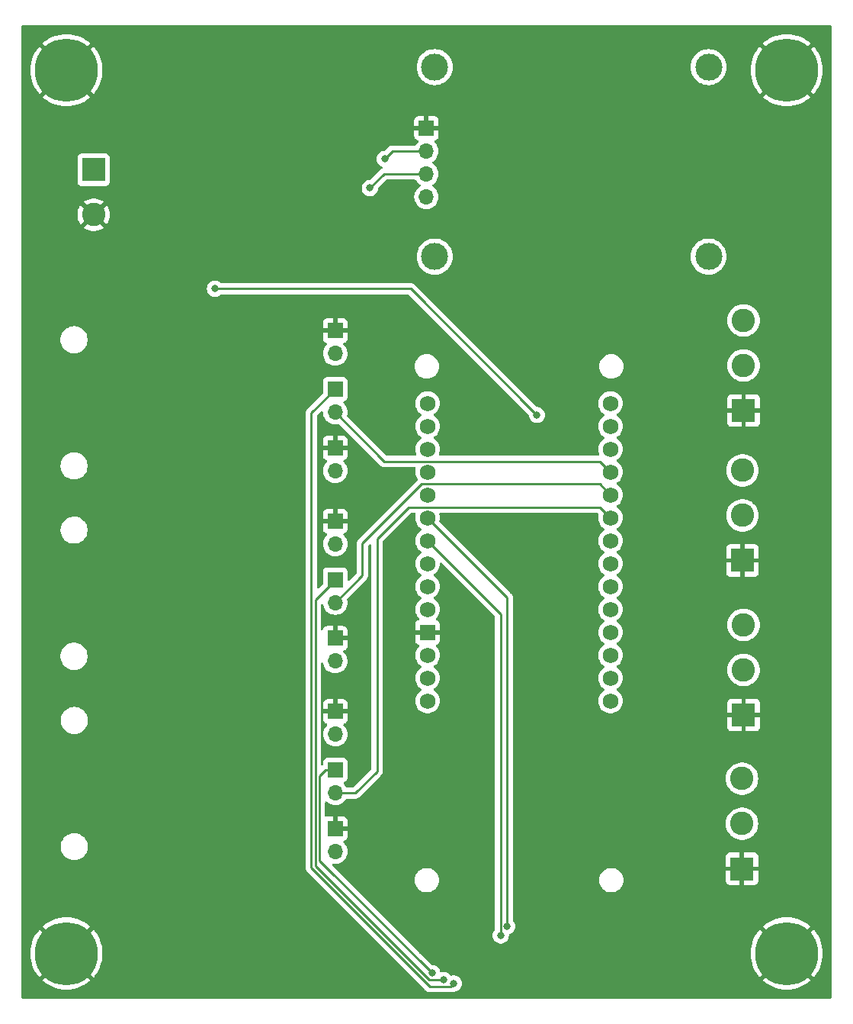
<source format=gbl>
G04 #@! TF.GenerationSoftware,KiCad,Pcbnew,7.0.2*
G04 #@! TF.CreationDate,2023-05-19T11:13:35+02:00*
G04 #@! TF.ProjectId,baseboard,62617365-626f-4617-9264-2e6b69636164,rev?*
G04 #@! TF.SameCoordinates,Original*
G04 #@! TF.FileFunction,Copper,L2,Bot*
G04 #@! TF.FilePolarity,Positive*
%FSLAX46Y46*%
G04 Gerber Fmt 4.6, Leading zero omitted, Abs format (unit mm)*
G04 Created by KiCad (PCBNEW 7.0.2) date 2023-05-19 11:13:35*
%MOMM*%
%LPD*%
G01*
G04 APERTURE LIST*
G04 #@! TA.AperFunction,ComponentPad*
%ADD10C,7.000000*%
G04 #@! TD*
G04 #@! TA.AperFunction,ComponentPad*
%ADD11R,2.600000X2.600000*%
G04 #@! TD*
G04 #@! TA.AperFunction,ComponentPad*
%ADD12C,2.600000*%
G04 #@! TD*
G04 #@! TA.AperFunction,ComponentPad*
%ADD13O,1.700000X1.700000*%
G04 #@! TD*
G04 #@! TA.AperFunction,ComponentPad*
%ADD14R,1.700000X1.700000*%
G04 #@! TD*
G04 #@! TA.AperFunction,WasherPad*
%ADD15C,3.000000*%
G04 #@! TD*
G04 #@! TA.AperFunction,ComponentPad*
%ADD16C,1.727200*%
G04 #@! TD*
G04 #@! TA.AperFunction,ComponentPad*
%ADD17R,1.727200X1.727200*%
G04 #@! TD*
G04 #@! TA.AperFunction,ViaPad*
%ADD18C,0.800000*%
G04 #@! TD*
G04 #@! TA.AperFunction,Conductor*
%ADD19C,0.250000*%
G04 #@! TD*
G04 APERTURE END LIST*
D10*
X30000000Y-153000000D03*
X110000000Y-55000000D03*
D11*
X105029000Y-143604000D03*
D12*
X105029000Y-138604000D03*
X105029000Y-133604000D03*
D11*
X105207000Y-92757000D03*
D12*
X105207000Y-87757000D03*
X105207000Y-82757000D03*
D13*
X59850000Y-120565000D03*
D14*
X59850000Y-118025000D03*
D13*
X59850000Y-114065000D03*
D14*
X59850000Y-111525000D03*
D13*
X59850000Y-107565000D03*
D14*
X59850000Y-105025000D03*
D10*
X30000000Y-55000000D03*
D11*
X105207000Y-126539000D03*
D12*
X105207000Y-121539000D03*
X105207000Y-116539000D03*
D11*
X33020000Y-66040000D03*
D12*
X33020000Y-71040000D03*
D11*
X105080000Y-109394000D03*
D12*
X105080000Y-104394000D03*
X105080000Y-99394000D03*
D13*
X59875000Y-141690000D03*
D14*
X59875000Y-139150000D03*
D13*
X59875000Y-135190000D03*
D14*
X59875000Y-132650000D03*
D13*
X59875000Y-128690000D03*
D14*
X59875000Y-126150000D03*
D10*
X110000000Y-153000000D03*
D15*
X70902000Y-54655000D03*
X70902000Y-75675000D03*
X101322000Y-54655000D03*
X101322000Y-75675000D03*
D14*
X69983000Y-61431200D03*
D13*
X69983000Y-63971200D03*
X69983000Y-66511200D03*
X69983000Y-69051200D03*
X59850000Y-99440000D03*
D14*
X59850000Y-96900000D03*
D13*
X59850000Y-92940000D03*
D14*
X59850000Y-90400000D03*
D13*
X59850000Y-86440000D03*
D14*
X59850000Y-83900000D03*
D16*
X70104000Y-119906200D03*
X70104000Y-124986200D03*
X90424000Y-122446200D03*
X90424000Y-119906200D03*
X90424000Y-117366200D03*
X90424000Y-114826200D03*
X90424000Y-112286200D03*
X90424000Y-109746200D03*
X90424000Y-107206200D03*
X90424000Y-124986200D03*
X90424000Y-104666200D03*
X90424000Y-102126200D03*
X90424000Y-99586200D03*
X90424000Y-97046200D03*
X90424000Y-94506200D03*
X90424000Y-91966200D03*
X70104000Y-91966200D03*
X70104000Y-94506200D03*
X70104000Y-97046200D03*
X70104000Y-99586200D03*
X70104000Y-102126200D03*
X70104000Y-104666200D03*
X70104000Y-107206200D03*
X70104000Y-109746200D03*
X70104000Y-112286200D03*
D17*
X70104000Y-117366200D03*
D16*
X70104000Y-114826200D03*
X70104000Y-122446200D03*
D18*
X68250000Y-148250000D03*
X71000000Y-153767500D03*
X78232000Y-151003000D03*
X78956500Y-149987000D03*
X70612000Y-155194000D03*
X71882000Y-155956000D03*
X73025000Y-156337000D03*
X46500000Y-79250000D03*
X82250000Y-93250000D03*
X65350000Y-64850000D03*
X63700000Y-68075000D03*
D19*
X78232000Y-115334200D02*
X70104000Y-107206200D01*
X78232000Y-151003000D02*
X78232000Y-115334200D01*
X78956500Y-113518700D02*
X70104000Y-104666200D01*
X78956500Y-149987000D02*
X78956500Y-113518700D01*
X64500000Y-107000000D02*
X64500000Y-132775000D01*
X89235400Y-103477600D02*
X68022400Y-103477600D01*
X68022400Y-103477600D02*
X64500000Y-107000000D01*
X64500000Y-132775000D02*
X62085000Y-135190000D01*
X62085000Y-135190000D02*
X59875000Y-135190000D01*
X90424000Y-104666200D02*
X89235400Y-103477600D01*
X59875000Y-132650000D02*
X58775000Y-132650000D01*
X58100000Y-133325000D02*
X58100000Y-142682000D01*
X58775000Y-132650000D02*
X58100000Y-133325000D01*
X58100000Y-142682000D02*
X70612000Y-155194000D01*
X62875000Y-107511465D02*
X69461465Y-100925000D01*
X59850000Y-114065000D02*
X62875000Y-111040000D01*
X62875000Y-111040000D02*
X62875000Y-107511465D01*
X69461465Y-100925000D02*
X89222800Y-100925000D01*
X89222800Y-100925000D02*
X90424000Y-102126200D01*
X70281000Y-155956000D02*
X71882000Y-155956000D01*
X57650000Y-143325000D02*
X70281000Y-155956000D01*
X59850000Y-111525000D02*
X57650000Y-113725000D01*
X57650000Y-113725000D02*
X57650000Y-143325000D01*
X59850000Y-92940000D02*
X65307600Y-98397600D01*
X89235400Y-98397600D02*
X90424000Y-99586200D01*
X65307600Y-98397600D02*
X89235400Y-98397600D01*
X59850000Y-90400000D02*
X57200000Y-93050000D01*
X72681000Y-156681000D02*
X73025000Y-156337000D01*
X57200000Y-143511396D02*
X70369604Y-156681000D01*
X70369604Y-156681000D02*
X72681000Y-156681000D01*
X57200000Y-93050000D02*
X57200000Y-143511396D01*
X68250000Y-79250000D02*
X82250000Y-93250000D01*
X46500000Y-79250000D02*
X68250000Y-79250000D01*
X65350000Y-64850000D02*
X66228800Y-63971200D01*
X66228800Y-63971200D02*
X69983000Y-63971200D01*
X63700000Y-68075000D02*
X65263800Y-66511200D01*
X65263800Y-66511200D02*
X69983000Y-66511200D01*
G04 #@! TA.AperFunction,Conductor*
G36*
X58413206Y-92823896D02*
G01*
X58469140Y-92865767D01*
X58493401Y-92929270D01*
X58514936Y-93175407D01*
X58551037Y-93310137D01*
X58576097Y-93403663D01*
X58675965Y-93617830D01*
X58811505Y-93811401D01*
X58978599Y-93978495D01*
X59172170Y-94114035D01*
X59386337Y-94213903D01*
X59614592Y-94275063D01*
X59850000Y-94295659D01*
X60085408Y-94275063D01*
X60185873Y-94248143D01*
X60255721Y-94249806D01*
X60305647Y-94280237D01*
X64806796Y-98781387D01*
X64819696Y-98797488D01*
X64870823Y-98845500D01*
X64873620Y-98848211D01*
X64893129Y-98867720D01*
X64896309Y-98870187D01*
X64905171Y-98877755D01*
X64937018Y-98907662D01*
X64954572Y-98917312D01*
X64970836Y-98927996D01*
X64979527Y-98934737D01*
X64986664Y-98940273D01*
X65011509Y-98951024D01*
X65026752Y-98957621D01*
X65037231Y-98962754D01*
X65075508Y-98983797D01*
X65094906Y-98988777D01*
X65113308Y-98995077D01*
X65131704Y-99003038D01*
X65174861Y-99009873D01*
X65186264Y-99012234D01*
X65228581Y-99023100D01*
X65248616Y-99023100D01*
X65268013Y-99024626D01*
X65287796Y-99027760D01*
X65331274Y-99023650D01*
X65342944Y-99023100D01*
X68680122Y-99023100D01*
X68747161Y-99042785D01*
X68792916Y-99095589D01*
X68802860Y-99164747D01*
X68800328Y-99177540D01*
X68753892Y-99360911D01*
X68735224Y-99586199D01*
X68753892Y-99811488D01*
X68753892Y-99811491D01*
X68753893Y-99811493D01*
X68777233Y-99903662D01*
X68809390Y-100030643D01*
X68900198Y-100237666D01*
X68988964Y-100373532D01*
X69009152Y-100440422D01*
X68989973Y-100507607D01*
X68972837Y-100529035D01*
X62491208Y-107010664D01*
X62475110Y-107023561D01*
X62427096Y-107074690D01*
X62424392Y-107077481D01*
X62407628Y-107094245D01*
X62407621Y-107094252D01*
X62404880Y-107096994D01*
X62402499Y-107100062D01*
X62402490Y-107100073D01*
X62402411Y-107100176D01*
X62394842Y-107109037D01*
X62364935Y-107140885D01*
X62355285Y-107158439D01*
X62344609Y-107174693D01*
X62332326Y-107190528D01*
X62314975Y-107230623D01*
X62309838Y-107241109D01*
X62288802Y-107279372D01*
X62283821Y-107298774D01*
X62277520Y-107317176D01*
X62269561Y-107335567D01*
X62262728Y-107378707D01*
X62260360Y-107390139D01*
X62249500Y-107432442D01*
X62249500Y-107452481D01*
X62247973Y-107471879D01*
X62244839Y-107491661D01*
X62248949Y-107535141D01*
X62249499Y-107546808D01*
X62249499Y-110729546D01*
X62229814Y-110796585D01*
X62213180Y-110817227D01*
X61412180Y-111618228D01*
X61350857Y-111651713D01*
X61281166Y-111646729D01*
X61225232Y-111604857D01*
X61200815Y-111539393D01*
X61200499Y-111530547D01*
X61200499Y-110630439D01*
X61200499Y-110627128D01*
X61194091Y-110567517D01*
X61143796Y-110432669D01*
X61057546Y-110317454D01*
X60942331Y-110231204D01*
X60807483Y-110180909D01*
X60747873Y-110174500D01*
X60744550Y-110174500D01*
X58955439Y-110174500D01*
X58955420Y-110174500D01*
X58952128Y-110174501D01*
X58948848Y-110174853D01*
X58948840Y-110174854D01*
X58892515Y-110180909D01*
X58757669Y-110231204D01*
X58642454Y-110317454D01*
X58556204Y-110432668D01*
X58505910Y-110567515D01*
X58505909Y-110567517D01*
X58499500Y-110627127D01*
X58499500Y-110630449D01*
X58499500Y-111939546D01*
X58479815Y-112006585D01*
X58463181Y-112027227D01*
X58037181Y-112453227D01*
X57975858Y-112486712D01*
X57906166Y-112481728D01*
X57850233Y-112439856D01*
X57825816Y-112374392D01*
X57825500Y-112365546D01*
X57825500Y-107565000D01*
X58494340Y-107565000D01*
X58514936Y-107800407D01*
X58559709Y-107967501D01*
X58576097Y-108028663D01*
X58675965Y-108242830D01*
X58811505Y-108436401D01*
X58978599Y-108603495D01*
X59172170Y-108739035D01*
X59386337Y-108838903D01*
X59614592Y-108900063D01*
X59850000Y-108920659D01*
X60085408Y-108900063D01*
X60313663Y-108838903D01*
X60527830Y-108739035D01*
X60721401Y-108603495D01*
X60888495Y-108436401D01*
X61024035Y-108242830D01*
X61123903Y-108028663D01*
X61185063Y-107800408D01*
X61205659Y-107565000D01*
X61185063Y-107329592D01*
X61123903Y-107101337D01*
X61024035Y-106887171D01*
X60888495Y-106693599D01*
X60766181Y-106571285D01*
X60732696Y-106509962D01*
X60737680Y-106440270D01*
X60779552Y-106384337D01*
X60810528Y-106367422D01*
X60942089Y-106318352D01*
X61057188Y-106232188D01*
X61143352Y-106117089D01*
X61193599Y-105982371D01*
X61199645Y-105926132D01*
X61200000Y-105919518D01*
X61200000Y-105275000D01*
X60283686Y-105275000D01*
X60309493Y-105234844D01*
X60350000Y-105096889D01*
X60350000Y-104953111D01*
X60309493Y-104815156D01*
X60283686Y-104775000D01*
X61200000Y-104775000D01*
X61200000Y-104130481D01*
X61199645Y-104123867D01*
X61193599Y-104067628D01*
X61143352Y-103932910D01*
X61057188Y-103817811D01*
X60942089Y-103731647D01*
X60807371Y-103681400D01*
X60751132Y-103675354D01*
X60744518Y-103675000D01*
X60100000Y-103675000D01*
X60100000Y-104589498D01*
X59992315Y-104540320D01*
X59885763Y-104525000D01*
X59814237Y-104525000D01*
X59707685Y-104540320D01*
X59600000Y-104589498D01*
X59600000Y-103675000D01*
X58955482Y-103675000D01*
X58948867Y-103675354D01*
X58892628Y-103681400D01*
X58757910Y-103731647D01*
X58642811Y-103817811D01*
X58556647Y-103932910D01*
X58506400Y-104067628D01*
X58500354Y-104123867D01*
X58500000Y-104130481D01*
X58500000Y-104775000D01*
X59416314Y-104775000D01*
X59390507Y-104815156D01*
X59350000Y-104953111D01*
X59350000Y-105096889D01*
X59390507Y-105234844D01*
X59416314Y-105275000D01*
X58500000Y-105275000D01*
X58500000Y-105919518D01*
X58500354Y-105926132D01*
X58506400Y-105982371D01*
X58556647Y-106117089D01*
X58642811Y-106232188D01*
X58757911Y-106318352D01*
X58889471Y-106367422D01*
X58945404Y-106409294D01*
X58969821Y-106474758D01*
X58954969Y-106543031D01*
X58933819Y-106571285D01*
X58811503Y-106693601D01*
X58675965Y-106887170D01*
X58576097Y-107101336D01*
X58514936Y-107329592D01*
X58494340Y-107565000D01*
X57825500Y-107565000D01*
X57825500Y-99439999D01*
X58494340Y-99439999D01*
X58514936Y-99675407D01*
X58551399Y-99811488D01*
X58576097Y-99903663D01*
X58675965Y-100117830D01*
X58811505Y-100311401D01*
X58978599Y-100478495D01*
X59172170Y-100614035D01*
X59386337Y-100713903D01*
X59614591Y-100775063D01*
X59614592Y-100775063D01*
X59849999Y-100795659D01*
X59849999Y-100795658D01*
X59850000Y-100795659D01*
X60085408Y-100775063D01*
X60313663Y-100713903D01*
X60527830Y-100614035D01*
X60721401Y-100478495D01*
X60888495Y-100311401D01*
X61024035Y-100117830D01*
X61123903Y-99903663D01*
X61185063Y-99675408D01*
X61205659Y-99440000D01*
X61185063Y-99204592D01*
X61123903Y-98976337D01*
X61024035Y-98762171D01*
X60888495Y-98568599D01*
X60766181Y-98446285D01*
X60732696Y-98384962D01*
X60737680Y-98315270D01*
X60779552Y-98259337D01*
X60810528Y-98242422D01*
X60942089Y-98193352D01*
X61057188Y-98107188D01*
X61143352Y-97992089D01*
X61193599Y-97857371D01*
X61199645Y-97801132D01*
X61200000Y-97794518D01*
X61200000Y-97150000D01*
X60283686Y-97150000D01*
X60309493Y-97109844D01*
X60350000Y-96971889D01*
X60350000Y-96828111D01*
X60309493Y-96690156D01*
X60283686Y-96650000D01*
X61200000Y-96650000D01*
X61200000Y-96005481D01*
X61199645Y-95998867D01*
X61193599Y-95942628D01*
X61143352Y-95807910D01*
X61057188Y-95692811D01*
X60942089Y-95606647D01*
X60807371Y-95556400D01*
X60751132Y-95550354D01*
X60744518Y-95550000D01*
X60100000Y-95550000D01*
X60100000Y-96464498D01*
X59992315Y-96415320D01*
X59885763Y-96400000D01*
X59814237Y-96400000D01*
X59707685Y-96415320D01*
X59600000Y-96464498D01*
X59600000Y-95550000D01*
X58955482Y-95550000D01*
X58948867Y-95550354D01*
X58892628Y-95556400D01*
X58757910Y-95606647D01*
X58642811Y-95692811D01*
X58556647Y-95807910D01*
X58506400Y-95942628D01*
X58500354Y-95998867D01*
X58500000Y-96005481D01*
X58500000Y-96650000D01*
X59416314Y-96650000D01*
X59390507Y-96690156D01*
X59350000Y-96828111D01*
X59350000Y-96971889D01*
X59390507Y-97109844D01*
X59416314Y-97150000D01*
X58500000Y-97150000D01*
X58500000Y-97794518D01*
X58500354Y-97801132D01*
X58506400Y-97857371D01*
X58556647Y-97992089D01*
X58642811Y-98107188D01*
X58757911Y-98193352D01*
X58889471Y-98242422D01*
X58945404Y-98284294D01*
X58969821Y-98349758D01*
X58954969Y-98418031D01*
X58933819Y-98446285D01*
X58811503Y-98568601D01*
X58675965Y-98762170D01*
X58576097Y-98976336D01*
X58514936Y-99204592D01*
X58494340Y-99439999D01*
X57825500Y-99439999D01*
X57825500Y-93360452D01*
X57845185Y-93293413D01*
X57861819Y-93272771D01*
X58060917Y-93073673D01*
X58282194Y-92852395D01*
X58343515Y-92818912D01*
X58413206Y-92823896D01*
G37*
G04 #@! TD.AperFunction*
G04 #@! TA.AperFunction,Conductor*
G36*
X63793833Y-107579735D02*
G01*
X63849766Y-107621607D01*
X63874183Y-107687071D01*
X63874499Y-107695917D01*
X63874499Y-132464547D01*
X63854814Y-132531586D01*
X63838180Y-132552228D01*
X61862228Y-134528181D01*
X61800905Y-134561666D01*
X61774547Y-134564500D01*
X61150226Y-134564500D01*
X61083187Y-134544815D01*
X61048651Y-134511623D01*
X60913494Y-134318598D01*
X60791569Y-134196673D01*
X60758084Y-134135350D01*
X60763068Y-134065658D01*
X60804940Y-134009725D01*
X60835915Y-133992810D01*
X60967331Y-133943796D01*
X61082546Y-133857546D01*
X61168796Y-133742331D01*
X61219091Y-133607483D01*
X61225500Y-133547873D01*
X61225499Y-131752128D01*
X61219091Y-131692517D01*
X61168796Y-131557669D01*
X61082546Y-131442454D01*
X60967331Y-131356204D01*
X60832483Y-131305909D01*
X60772873Y-131299500D01*
X60769550Y-131299500D01*
X58980439Y-131299500D01*
X58980420Y-131299500D01*
X58977128Y-131299501D01*
X58973848Y-131299853D01*
X58973840Y-131299854D01*
X58917515Y-131305909D01*
X58782669Y-131356204D01*
X58667454Y-131442454D01*
X58581204Y-131557668D01*
X58530910Y-131692515D01*
X58530909Y-131692517D01*
X58524500Y-131752127D01*
X58524500Y-131755449D01*
X58524500Y-131995657D01*
X58504815Y-132062696D01*
X58473368Y-132095988D01*
X58472367Y-132096715D01*
X58406556Y-132120183D01*
X58338505Y-132104346D01*
X58289819Y-132054231D01*
X58275499Y-131996384D01*
X58275499Y-128742945D01*
X58291147Y-128689653D01*
X58506679Y-128689653D01*
X58518476Y-128708010D01*
X58523027Y-128732137D01*
X58539936Y-128925407D01*
X58584709Y-129092501D01*
X58601097Y-129153663D01*
X58700965Y-129367830D01*
X58836505Y-129561401D01*
X59003599Y-129728495D01*
X59197170Y-129864035D01*
X59411337Y-129963903D01*
X59639592Y-130025063D01*
X59875000Y-130045659D01*
X60110408Y-130025063D01*
X60338663Y-129963903D01*
X60552830Y-129864035D01*
X60746401Y-129728495D01*
X60913495Y-129561401D01*
X61049035Y-129367830D01*
X61148903Y-129153663D01*
X61210063Y-128925408D01*
X61230659Y-128690000D01*
X61210063Y-128454592D01*
X61148903Y-128226337D01*
X61049035Y-128012171D01*
X60913495Y-127818599D01*
X60791181Y-127696284D01*
X60757696Y-127634962D01*
X60762680Y-127565270D01*
X60804552Y-127509337D01*
X60835528Y-127492422D01*
X60967089Y-127443352D01*
X61082188Y-127357188D01*
X61168352Y-127242089D01*
X61218599Y-127107371D01*
X61224645Y-127051132D01*
X61225000Y-127044518D01*
X61225000Y-126400000D01*
X60308686Y-126400000D01*
X60334493Y-126359844D01*
X60375000Y-126221889D01*
X60375000Y-126078111D01*
X60334493Y-125940156D01*
X60308686Y-125900000D01*
X61225000Y-125900000D01*
X61225000Y-125255481D01*
X61224645Y-125248867D01*
X61218599Y-125192628D01*
X61168352Y-125057910D01*
X61082188Y-124942811D01*
X60967089Y-124856647D01*
X60832371Y-124806400D01*
X60776132Y-124800354D01*
X60769518Y-124800000D01*
X60125000Y-124800000D01*
X60125000Y-125714498D01*
X60017315Y-125665320D01*
X59910763Y-125650000D01*
X59839237Y-125650000D01*
X59732685Y-125665320D01*
X59625000Y-125714498D01*
X59625000Y-124800000D01*
X58980482Y-124800000D01*
X58973867Y-124800354D01*
X58917628Y-124806400D01*
X58782910Y-124856647D01*
X58667811Y-124942811D01*
X58581647Y-125057910D01*
X58531400Y-125192628D01*
X58525354Y-125248867D01*
X58525000Y-125255481D01*
X58525000Y-125900000D01*
X59441314Y-125900000D01*
X59415507Y-125940156D01*
X59375000Y-126078111D01*
X59375000Y-126221889D01*
X59415507Y-126359844D01*
X59441314Y-126400000D01*
X58525000Y-126400000D01*
X58525000Y-127044518D01*
X58525354Y-127051132D01*
X58531400Y-127107371D01*
X58581647Y-127242089D01*
X58667811Y-127357188D01*
X58782911Y-127443352D01*
X58914471Y-127492422D01*
X58970404Y-127534294D01*
X58994821Y-127599758D01*
X58979969Y-127668031D01*
X58958819Y-127696285D01*
X58836503Y-127818601D01*
X58700965Y-128012170D01*
X58601097Y-128226336D01*
X58539936Y-128454592D01*
X58523027Y-128647862D01*
X58506679Y-128689653D01*
X58291147Y-128689653D01*
X58291716Y-128687715D01*
X58277930Y-128661486D01*
X58275499Y-128637054D01*
X58275499Y-123219737D01*
X58275499Y-120848687D01*
X58295184Y-120781651D01*
X58347988Y-120735896D01*
X58417146Y-120725952D01*
X58480702Y-120754977D01*
X58518476Y-120813755D01*
X58519274Y-120816596D01*
X58576097Y-121028664D01*
X58610416Y-121102261D01*
X58675965Y-121242830D01*
X58811505Y-121436401D01*
X58978599Y-121603495D01*
X59172170Y-121739035D01*
X59386337Y-121838903D01*
X59614592Y-121900063D01*
X59850000Y-121920659D01*
X60085408Y-121900063D01*
X60313663Y-121838903D01*
X60527830Y-121739035D01*
X60721401Y-121603495D01*
X60888495Y-121436401D01*
X61024035Y-121242830D01*
X61123903Y-121028663D01*
X61185063Y-120800408D01*
X61205659Y-120565000D01*
X61190811Y-120395296D01*
X61185063Y-120329592D01*
X61172125Y-120281308D01*
X61123903Y-120101337D01*
X61024035Y-119887171D01*
X60888495Y-119693599D01*
X60766180Y-119571285D01*
X60732696Y-119509962D01*
X60737680Y-119440270D01*
X60779552Y-119384337D01*
X60810528Y-119367422D01*
X60942089Y-119318352D01*
X61057188Y-119232188D01*
X61143352Y-119117089D01*
X61193599Y-118982371D01*
X61199645Y-118926132D01*
X61200000Y-118919518D01*
X61200000Y-118275000D01*
X60283686Y-118275000D01*
X60309493Y-118234844D01*
X60350000Y-118096889D01*
X60350000Y-117953111D01*
X60309493Y-117815156D01*
X60283686Y-117775000D01*
X61200000Y-117775000D01*
X61200000Y-117130481D01*
X61199645Y-117123867D01*
X61193599Y-117067628D01*
X61143352Y-116932910D01*
X61057188Y-116817811D01*
X60942089Y-116731647D01*
X60807371Y-116681400D01*
X60751132Y-116675354D01*
X60744518Y-116675000D01*
X60100000Y-116675000D01*
X60100000Y-117589498D01*
X59992315Y-117540320D01*
X59885763Y-117525000D01*
X59814237Y-117525000D01*
X59707685Y-117540320D01*
X59600000Y-117589498D01*
X59600000Y-116675000D01*
X58955482Y-116675000D01*
X58948867Y-116675354D01*
X58892628Y-116681400D01*
X58757910Y-116731647D01*
X58642811Y-116817811D01*
X58556645Y-116932913D01*
X58515680Y-117042744D01*
X58473809Y-117098678D01*
X58408344Y-117123094D01*
X58340071Y-117108242D01*
X58290666Y-117058836D01*
X58275499Y-116999413D01*
X58275499Y-114348688D01*
X58295184Y-114281653D01*
X58347988Y-114235898D01*
X58417146Y-114225954D01*
X58480702Y-114254979D01*
X58518476Y-114313757D01*
X58519274Y-114316598D01*
X58576097Y-114528662D01*
X58576097Y-114528663D01*
X58675965Y-114742830D01*
X58811505Y-114936401D01*
X58978599Y-115103495D01*
X59172170Y-115239035D01*
X59386337Y-115338903D01*
X59614592Y-115400063D01*
X59850000Y-115420659D01*
X60085408Y-115400063D01*
X60313663Y-115338903D01*
X60527830Y-115239035D01*
X60721401Y-115103495D01*
X60888495Y-114936401D01*
X61024035Y-114742830D01*
X61123903Y-114528663D01*
X61185063Y-114300408D01*
X61205659Y-114065000D01*
X61185063Y-113829592D01*
X61158143Y-113729125D01*
X61159806Y-113659276D01*
X61190235Y-113609353D01*
X63258789Y-111540800D01*
X63274885Y-111527906D01*
X63276873Y-111525787D01*
X63276877Y-111525786D01*
X63322949Y-111476723D01*
X63325534Y-111474055D01*
X63345120Y-111454471D01*
X63347585Y-111451292D01*
X63355167Y-111442416D01*
X63385062Y-111410582D01*
X63394712Y-111393027D01*
X63405400Y-111376757D01*
X63417671Y-111360938D01*
X63417673Y-111360936D01*
X63435026Y-111320832D01*
X63440157Y-111310362D01*
X63461197Y-111272092D01*
X63466175Y-111252699D01*
X63472481Y-111234282D01*
X63474018Y-111230728D01*
X63480438Y-111215896D01*
X63487272Y-111172745D01*
X63489635Y-111161331D01*
X63500500Y-111119019D01*
X63500500Y-111098982D01*
X63502027Y-111079584D01*
X63502589Y-111076036D01*
X63505160Y-111059804D01*
X63501050Y-111016324D01*
X63500500Y-111004655D01*
X63500500Y-107821916D01*
X63520185Y-107754877D01*
X63536814Y-107734240D01*
X63662820Y-107608234D01*
X63724141Y-107574751D01*
X63793833Y-107579735D01*
G37*
G04 #@! TD.AperFunction*
G04 #@! TA.AperFunction,Conductor*
G36*
X114942539Y-50020185D02*
G01*
X114988294Y-50072989D01*
X114999500Y-50124500D01*
X114999500Y-157875500D01*
X114979815Y-157942539D01*
X114927011Y-157988294D01*
X114875500Y-157999500D01*
X25124500Y-157999500D01*
X25057461Y-157979815D01*
X25011706Y-157927011D01*
X25000500Y-157875500D01*
X25000500Y-153003033D01*
X25995325Y-153003033D01*
X26014310Y-153389500D01*
X26014906Y-153395553D01*
X26071681Y-153778294D01*
X26072867Y-153784253D01*
X26166882Y-154159586D01*
X26168649Y-154165409D01*
X26298995Y-154529701D01*
X26301327Y-154535334D01*
X26466758Y-154885108D01*
X26469629Y-154890477D01*
X26668549Y-155222355D01*
X26671917Y-155227396D01*
X26902417Y-155538189D01*
X26906275Y-155542891D01*
X27000068Y-155646376D01*
X27000069Y-155646376D01*
X28061418Y-154585026D01*
X28069908Y-154596711D01*
X28285249Y-154826025D01*
X28417838Y-154935712D01*
X27353622Y-155999929D01*
X27353622Y-155999930D01*
X27457108Y-156093724D01*
X27461810Y-156097582D01*
X27772603Y-156328082D01*
X27777644Y-156331450D01*
X28109522Y-156530370D01*
X28114891Y-156533241D01*
X28464665Y-156698672D01*
X28470298Y-156701004D01*
X28834590Y-156831350D01*
X28840413Y-156833117D01*
X29215746Y-156927132D01*
X29221705Y-156928318D01*
X29604446Y-156985093D01*
X29610499Y-156985689D01*
X29996967Y-157004675D01*
X30003033Y-157004675D01*
X30389500Y-156985689D01*
X30395553Y-156985093D01*
X30778294Y-156928318D01*
X30784253Y-156927132D01*
X31159586Y-156833117D01*
X31165409Y-156831350D01*
X31529701Y-156701004D01*
X31535334Y-156698672D01*
X31885108Y-156533241D01*
X31890477Y-156530370D01*
X32222355Y-156331450D01*
X32227396Y-156328082D01*
X32538189Y-156097582D01*
X32542880Y-156093733D01*
X32646376Y-155999929D01*
X31582160Y-154935713D01*
X31714751Y-154826025D01*
X31930092Y-154596711D01*
X31938580Y-154585027D01*
X32999929Y-155646376D01*
X33093733Y-155542880D01*
X33097582Y-155538189D01*
X33328082Y-155227396D01*
X33331450Y-155222355D01*
X33530370Y-154890477D01*
X33533241Y-154885108D01*
X33698672Y-154535334D01*
X33701004Y-154529701D01*
X33831350Y-154165409D01*
X33833117Y-154159586D01*
X33927132Y-153784253D01*
X33928318Y-153778294D01*
X33985093Y-153395553D01*
X33985689Y-153389500D01*
X34004675Y-153003033D01*
X34004675Y-152996966D01*
X33985689Y-152610499D01*
X33985093Y-152604446D01*
X33928318Y-152221705D01*
X33927132Y-152215746D01*
X33833117Y-151840413D01*
X33831350Y-151834590D01*
X33701004Y-151470298D01*
X33698672Y-151464665D01*
X33533241Y-151114891D01*
X33530370Y-151109522D01*
X33331450Y-150777644D01*
X33328082Y-150772603D01*
X33097582Y-150461810D01*
X33093724Y-150457108D01*
X32999930Y-150353622D01*
X32999929Y-150353622D01*
X31938579Y-151414971D01*
X31930092Y-151403289D01*
X31714751Y-151173975D01*
X31582159Y-151064285D01*
X32646376Y-150000069D01*
X32646376Y-150000068D01*
X32542891Y-149906275D01*
X32538189Y-149902417D01*
X32227396Y-149671917D01*
X32222355Y-149668549D01*
X31890477Y-149469629D01*
X31885108Y-149466758D01*
X31535334Y-149301327D01*
X31529701Y-149298995D01*
X31165409Y-149168649D01*
X31159586Y-149166882D01*
X30784253Y-149072867D01*
X30778294Y-149071681D01*
X30395553Y-149014906D01*
X30389500Y-149014310D01*
X30003033Y-148995325D01*
X29996967Y-148995325D01*
X29610499Y-149014310D01*
X29604446Y-149014906D01*
X29221705Y-149071681D01*
X29215746Y-149072867D01*
X28840413Y-149166882D01*
X28834590Y-149168649D01*
X28470298Y-149298995D01*
X28464665Y-149301327D01*
X28114891Y-149466758D01*
X28109522Y-149469629D01*
X27777644Y-149668549D01*
X27772603Y-149671917D01*
X27461807Y-149902418D01*
X27457105Y-149906277D01*
X27353622Y-150000068D01*
X27353622Y-150000069D01*
X28417839Y-151064286D01*
X28285249Y-151173975D01*
X28069908Y-151403289D01*
X28061419Y-151414972D01*
X27000069Y-150353622D01*
X27000068Y-150353622D01*
X26906277Y-150457105D01*
X26902418Y-150461807D01*
X26671917Y-150772603D01*
X26668549Y-150777644D01*
X26469629Y-151109522D01*
X26466758Y-151114891D01*
X26301327Y-151464665D01*
X26298995Y-151470298D01*
X26168649Y-151834590D01*
X26166882Y-151840413D01*
X26072867Y-152215746D01*
X26071681Y-152221705D01*
X26014906Y-152604446D01*
X26014310Y-152610499D01*
X25995325Y-152996966D01*
X25995325Y-153003033D01*
X25000500Y-153003033D01*
X25000500Y-141274334D01*
X29374500Y-141274334D01*
X29415429Y-141519615D01*
X29496170Y-141754805D01*
X29496172Y-141754810D01*
X29588495Y-141925408D01*
X29614529Y-141973514D01*
X29683331Y-142061910D01*
X29767262Y-142169744D01*
X29950215Y-142338164D01*
X30158393Y-142474173D01*
X30386119Y-142574063D01*
X30627179Y-142635108D01*
X30812933Y-142650500D01*
X30815503Y-142650500D01*
X30934497Y-142650500D01*
X30937067Y-142650500D01*
X31122821Y-142635108D01*
X31363881Y-142574063D01*
X31591607Y-142474173D01*
X31799785Y-142338164D01*
X31982738Y-142169744D01*
X32135474Y-141973509D01*
X32253828Y-141754810D01*
X32334571Y-141519614D01*
X32375500Y-141274335D01*
X32375500Y-141025665D01*
X32334571Y-140780386D01*
X32253828Y-140545190D01*
X32135474Y-140326491D01*
X32135471Y-140326487D01*
X32135470Y-140326485D01*
X32033650Y-140195667D01*
X31982738Y-140130256D01*
X31799785Y-139961836D01*
X31591607Y-139825827D01*
X31591604Y-139825825D01*
X31466523Y-139770960D01*
X31363881Y-139725937D01*
X31183866Y-139680351D01*
X31122822Y-139664892D01*
X31088854Y-139662077D01*
X30937067Y-139649500D01*
X30812933Y-139649500D01*
X30695111Y-139659262D01*
X30627177Y-139664892D01*
X30505086Y-139695810D01*
X30386119Y-139725937D01*
X30386116Y-139725938D01*
X30386117Y-139725938D01*
X30158395Y-139825825D01*
X30019607Y-139916499D01*
X29950215Y-139961836D01*
X29860399Y-140044518D01*
X29767259Y-140130259D01*
X29614529Y-140326485D01*
X29496170Y-140545194D01*
X29415429Y-140780384D01*
X29374500Y-141025665D01*
X29374500Y-141274334D01*
X25000500Y-141274334D01*
X25000500Y-127274334D01*
X29374500Y-127274334D01*
X29415429Y-127519615D01*
X29476080Y-127696285D01*
X29496172Y-127754810D01*
X29569405Y-127890132D01*
X29614529Y-127973514D01*
X29698259Y-128081089D01*
X29767262Y-128169744D01*
X29950215Y-128338164D01*
X30158393Y-128474173D01*
X30386119Y-128574063D01*
X30627179Y-128635108D01*
X30812933Y-128650500D01*
X30815503Y-128650500D01*
X30934497Y-128650500D01*
X30937067Y-128650500D01*
X31122821Y-128635108D01*
X31363881Y-128574063D01*
X31591607Y-128474173D01*
X31799785Y-128338164D01*
X31982738Y-128169744D01*
X32135474Y-127973509D01*
X32253828Y-127754810D01*
X32334571Y-127519614D01*
X32375500Y-127274335D01*
X32375500Y-127025665D01*
X32334571Y-126780386D01*
X32253828Y-126545190D01*
X32135474Y-126326491D01*
X32135471Y-126326487D01*
X32135470Y-126326485D01*
X32027639Y-126187945D01*
X31982738Y-126130256D01*
X31799785Y-125961836D01*
X31591607Y-125825827D01*
X31591604Y-125825825D01*
X31466523Y-125770960D01*
X31363881Y-125725937D01*
X31183866Y-125680351D01*
X31122822Y-125664892D01*
X31088854Y-125662077D01*
X30937067Y-125649500D01*
X30812933Y-125649500D01*
X30695111Y-125659262D01*
X30627177Y-125664892D01*
X30505086Y-125695810D01*
X30386119Y-125725937D01*
X30386116Y-125725938D01*
X30386117Y-125725938D01*
X30158395Y-125825825D01*
X30019607Y-125916499D01*
X29950215Y-125961836D01*
X29916105Y-125993237D01*
X29767259Y-126130259D01*
X29614529Y-126326485D01*
X29496170Y-126545194D01*
X29415429Y-126780384D01*
X29374500Y-127025665D01*
X29374500Y-127274334D01*
X25000500Y-127274334D01*
X25000500Y-120149334D01*
X29349500Y-120149334D01*
X29390429Y-120394615D01*
X29471170Y-120629805D01*
X29471172Y-120629810D01*
X29563495Y-120800408D01*
X29589529Y-120848514D01*
X29639908Y-120913240D01*
X29742262Y-121044744D01*
X29925215Y-121213164D01*
X30133393Y-121349173D01*
X30361119Y-121449063D01*
X30602179Y-121510108D01*
X30787933Y-121525500D01*
X30790503Y-121525500D01*
X30909497Y-121525500D01*
X30912067Y-121525500D01*
X31097821Y-121510108D01*
X31338881Y-121449063D01*
X31566607Y-121349173D01*
X31774785Y-121213164D01*
X31957738Y-121044744D01*
X32110474Y-120848509D01*
X32228828Y-120629810D01*
X32309571Y-120394614D01*
X32350500Y-120149335D01*
X32350500Y-119900665D01*
X32309571Y-119655386D01*
X32228828Y-119420190D01*
X32110474Y-119201491D01*
X32110471Y-119201487D01*
X32110470Y-119201485D01*
X31957740Y-119005259D01*
X31957738Y-119005256D01*
X31774785Y-118836836D01*
X31566607Y-118700827D01*
X31566604Y-118700825D01*
X31419272Y-118636200D01*
X31338881Y-118600937D01*
X31158866Y-118555351D01*
X31097822Y-118539892D01*
X31063854Y-118537077D01*
X30912067Y-118524500D01*
X30787933Y-118524500D01*
X30670111Y-118534262D01*
X30602177Y-118539892D01*
X30513834Y-118562264D01*
X30361119Y-118600937D01*
X30361116Y-118600938D01*
X30361117Y-118600938D01*
X30133395Y-118700825D01*
X30005866Y-118784144D01*
X29925215Y-118836836D01*
X29835399Y-118919518D01*
X29742259Y-119005259D01*
X29589529Y-119201485D01*
X29471170Y-119420194D01*
X29390429Y-119655384D01*
X29349500Y-119900665D01*
X29349500Y-120149334D01*
X25000500Y-120149334D01*
X25000500Y-106149335D01*
X29349500Y-106149335D01*
X29359513Y-106209341D01*
X29390429Y-106394615D01*
X29445399Y-106554737D01*
X29471172Y-106629810D01*
X29589526Y-106848509D01*
X29589529Y-106848514D01*
X29692579Y-106980911D01*
X29742262Y-107044744D01*
X29925215Y-107213164D01*
X30133393Y-107349173D01*
X30361119Y-107449063D01*
X30602179Y-107510108D01*
X30787933Y-107525500D01*
X30790503Y-107525500D01*
X30909497Y-107525500D01*
X30912067Y-107525500D01*
X31097821Y-107510108D01*
X31338881Y-107449063D01*
X31566607Y-107349173D01*
X31774785Y-107213164D01*
X31957738Y-107044744D01*
X32110474Y-106848509D01*
X32228828Y-106629810D01*
X32309571Y-106394614D01*
X32350500Y-106149335D01*
X32350500Y-105900665D01*
X32309571Y-105655386D01*
X32228828Y-105420190D01*
X32110474Y-105201491D01*
X32110471Y-105201487D01*
X32110470Y-105201485D01*
X32008649Y-105070667D01*
X31957738Y-105005256D01*
X31774785Y-104836836D01*
X31566607Y-104700827D01*
X31566604Y-104700825D01*
X31441523Y-104645960D01*
X31338881Y-104600937D01*
X31158866Y-104555351D01*
X31097822Y-104539892D01*
X31063854Y-104537077D01*
X30912067Y-104524500D01*
X30787933Y-104524500D01*
X30670111Y-104534262D01*
X30602177Y-104539892D01*
X30480086Y-104570810D01*
X30361119Y-104600937D01*
X30361116Y-104600938D01*
X30361117Y-104600938D01*
X30133395Y-104700825D01*
X30019862Y-104775000D01*
X29925215Y-104836836D01*
X29925213Y-104836837D01*
X29925214Y-104836837D01*
X29742259Y-105005259D01*
X29589529Y-105201485D01*
X29471170Y-105420194D01*
X29390429Y-105655384D01*
X29361768Y-105827145D01*
X29349500Y-105900665D01*
X29349500Y-106149335D01*
X25000500Y-106149335D01*
X25000500Y-99024335D01*
X29349500Y-99024335D01*
X29366281Y-99124899D01*
X29390429Y-99269615D01*
X29471170Y-99504805D01*
X29471172Y-99504810D01*
X29563495Y-99675408D01*
X29589529Y-99723514D01*
X29725036Y-99897612D01*
X29742262Y-99919744D01*
X29925215Y-100088164D01*
X30133393Y-100224173D01*
X30361119Y-100324063D01*
X30602179Y-100385108D01*
X30787933Y-100400500D01*
X30790503Y-100400500D01*
X30909497Y-100400500D01*
X30912067Y-100400500D01*
X31097821Y-100385108D01*
X31338881Y-100324063D01*
X31566607Y-100224173D01*
X31774785Y-100088164D01*
X31957738Y-99919744D01*
X32110474Y-99723509D01*
X32228828Y-99504810D01*
X32309571Y-99269614D01*
X32350500Y-99024335D01*
X32350500Y-98775665D01*
X32309571Y-98530386D01*
X32228828Y-98295190D01*
X32110474Y-98076491D01*
X32110471Y-98076487D01*
X32110470Y-98076485D01*
X31957740Y-97880259D01*
X31957738Y-97880256D01*
X31774785Y-97711836D01*
X31566607Y-97575827D01*
X31566604Y-97575825D01*
X31441523Y-97520960D01*
X31338881Y-97475937D01*
X31158866Y-97430351D01*
X31097822Y-97414892D01*
X31063854Y-97412077D01*
X30912067Y-97399500D01*
X30787933Y-97399500D01*
X30670111Y-97409262D01*
X30602177Y-97414892D01*
X30480087Y-97445810D01*
X30361119Y-97475937D01*
X30361116Y-97475938D01*
X30361117Y-97475938D01*
X30133395Y-97575825D01*
X29994607Y-97666499D01*
X29925215Y-97711836D01*
X29796476Y-97830349D01*
X29742259Y-97880259D01*
X29589529Y-98076485D01*
X29471170Y-98295194D01*
X29390429Y-98530384D01*
X29354538Y-98745475D01*
X29349500Y-98775665D01*
X29349500Y-99024335D01*
X25000500Y-99024335D01*
X25000500Y-93030196D01*
X56569840Y-93030196D01*
X56572822Y-93061742D01*
X56573950Y-93073673D01*
X56574500Y-93085343D01*
X56574500Y-143428652D01*
X56572235Y-143449162D01*
X56574439Y-143519268D01*
X56574500Y-143523163D01*
X56574500Y-143550746D01*
X56574988Y-143554615D01*
X56574989Y-143554621D01*
X56575004Y-143554739D01*
X56575918Y-143566363D01*
X56577290Y-143610022D01*
X56582879Y-143629256D01*
X56586825Y-143648312D01*
X56589335Y-143668188D01*
X56605414Y-143708800D01*
X56609197Y-143719847D01*
X56621382Y-143761787D01*
X56631580Y-143779031D01*
X56640136Y-143796496D01*
X56647514Y-143815128D01*
X56647515Y-143815129D01*
X56673180Y-143850455D01*
X56679593Y-143860218D01*
X56701826Y-143897812D01*
X56701829Y-143897815D01*
X56701830Y-143897816D01*
X56715995Y-143911981D01*
X56728627Y-143926771D01*
X56740406Y-143942983D01*
X56774058Y-143970822D01*
X56782699Y-143978685D01*
X69868801Y-157064787D01*
X69881702Y-157080889D01*
X69883816Y-157082874D01*
X69883818Y-157082877D01*
X69924575Y-157121151D01*
X69932844Y-157128916D01*
X69935640Y-157131626D01*
X69955134Y-157151120D01*
X69958219Y-157153513D01*
X69958305Y-157153580D01*
X69967177Y-157161158D01*
X69999022Y-157191062D01*
X70016578Y-157200714D01*
X70032835Y-157211392D01*
X70048668Y-157223674D01*
X70064789Y-157230649D01*
X70088760Y-157241023D01*
X70099247Y-157246160D01*
X70137512Y-157267197D01*
X70156920Y-157272180D01*
X70175314Y-157278478D01*
X70193709Y-157286438D01*
X70236858Y-157293271D01*
X70248284Y-157295638D01*
X70263826Y-157299629D01*
X70290584Y-157306500D01*
X70290585Y-157306500D01*
X70310620Y-157306500D01*
X70330017Y-157308026D01*
X70349800Y-157311160D01*
X70393278Y-157307050D01*
X70404948Y-157306500D01*
X72598256Y-157306500D01*
X72618762Y-157308764D01*
X72621665Y-157308672D01*
X72621667Y-157308673D01*
X72688872Y-157306561D01*
X72692768Y-157306500D01*
X72716448Y-157306500D01*
X72720350Y-157306500D01*
X72724313Y-157305999D01*
X72735962Y-157305080D01*
X72779627Y-157303709D01*
X72798859Y-157298120D01*
X72817918Y-157294174D01*
X72825091Y-157293268D01*
X72837792Y-157291664D01*
X72878407Y-157275582D01*
X72889444Y-157271803D01*
X72931390Y-157259618D01*
X72939587Y-157254769D01*
X73002711Y-157237500D01*
X73119648Y-157237500D01*
X73243084Y-157211262D01*
X73304803Y-157198144D01*
X73477730Y-157121151D01*
X73630871Y-157009888D01*
X73757533Y-156869216D01*
X73852179Y-156705284D01*
X73910674Y-156525256D01*
X73930460Y-156337000D01*
X73910674Y-156148744D01*
X73852179Y-155968716D01*
X73852179Y-155968715D01*
X73757533Y-155804783D01*
X73630870Y-155664110D01*
X73477730Y-155552848D01*
X73304802Y-155475855D01*
X73119648Y-155436500D01*
X73119646Y-155436500D01*
X72930354Y-155436500D01*
X72930351Y-155436500D01*
X72743714Y-155476170D01*
X72674047Y-155470854D01*
X72623868Y-155432916D01*
X72623254Y-155433469D01*
X72620385Y-155430283D01*
X72618314Y-155428717D01*
X72616537Y-155426010D01*
X72487870Y-155283110D01*
X72334730Y-155171848D01*
X72161802Y-155094855D01*
X71976648Y-155055500D01*
X71976646Y-155055500D01*
X71787354Y-155055500D01*
X71787352Y-155055500D01*
X71640720Y-155086667D01*
X71571052Y-155081351D01*
X71515319Y-155039214D01*
X71497008Y-155003695D01*
X71439179Y-154825715D01*
X71344533Y-154661783D01*
X71217870Y-154521110D01*
X71064730Y-154409848D01*
X70891802Y-154332855D01*
X70706648Y-154293500D01*
X70706646Y-154293500D01*
X70647452Y-154293500D01*
X70580413Y-154273815D01*
X70559771Y-154257181D01*
X69305623Y-153003033D01*
X105995325Y-153003033D01*
X106014310Y-153389500D01*
X106014906Y-153395553D01*
X106071681Y-153778294D01*
X106072867Y-153784253D01*
X106166882Y-154159586D01*
X106168649Y-154165409D01*
X106298995Y-154529701D01*
X106301327Y-154535334D01*
X106466758Y-154885108D01*
X106469629Y-154890477D01*
X106668549Y-155222355D01*
X106671917Y-155227396D01*
X106902417Y-155538189D01*
X106906275Y-155542891D01*
X107000068Y-155646376D01*
X107000069Y-155646376D01*
X108061418Y-154585026D01*
X108069908Y-154596711D01*
X108285249Y-154826025D01*
X108417838Y-154935712D01*
X107353622Y-155999929D01*
X107353622Y-155999930D01*
X107457108Y-156093724D01*
X107461810Y-156097582D01*
X107772603Y-156328082D01*
X107777644Y-156331450D01*
X108109522Y-156530370D01*
X108114891Y-156533241D01*
X108464665Y-156698672D01*
X108470298Y-156701004D01*
X108834590Y-156831350D01*
X108840413Y-156833117D01*
X109215746Y-156927132D01*
X109221705Y-156928318D01*
X109604446Y-156985093D01*
X109610499Y-156985689D01*
X109996967Y-157004675D01*
X110003033Y-157004675D01*
X110389500Y-156985689D01*
X110395553Y-156985093D01*
X110778294Y-156928318D01*
X110784253Y-156927132D01*
X111159586Y-156833117D01*
X111165409Y-156831350D01*
X111529701Y-156701004D01*
X111535334Y-156698672D01*
X111885108Y-156533241D01*
X111890477Y-156530370D01*
X112222355Y-156331450D01*
X112227396Y-156328082D01*
X112538189Y-156097582D01*
X112542880Y-156093733D01*
X112646376Y-155999929D01*
X111582160Y-154935713D01*
X111714751Y-154826025D01*
X111930092Y-154596711D01*
X111938580Y-154585027D01*
X112999929Y-155646376D01*
X113093733Y-155542880D01*
X113097582Y-155538189D01*
X113328082Y-155227396D01*
X113331450Y-155222355D01*
X113530370Y-154890477D01*
X113533241Y-154885108D01*
X113698672Y-154535334D01*
X113701004Y-154529701D01*
X113831350Y-154165409D01*
X113833117Y-154159586D01*
X113927132Y-153784253D01*
X113928318Y-153778294D01*
X113985093Y-153395553D01*
X113985689Y-153389500D01*
X114004675Y-153003033D01*
X114004675Y-152996966D01*
X113985689Y-152610499D01*
X113985093Y-152604446D01*
X113928318Y-152221705D01*
X113927132Y-152215746D01*
X113833117Y-151840413D01*
X113831350Y-151834590D01*
X113701004Y-151470298D01*
X113698672Y-151464665D01*
X113533241Y-151114891D01*
X113530370Y-151109522D01*
X113331450Y-150777644D01*
X113328082Y-150772603D01*
X113097582Y-150461810D01*
X113093724Y-150457108D01*
X112999930Y-150353622D01*
X112999929Y-150353622D01*
X111938579Y-151414971D01*
X111930092Y-151403289D01*
X111714751Y-151173975D01*
X111582160Y-151064286D01*
X112646376Y-150000069D01*
X112646376Y-150000068D01*
X112542891Y-149906275D01*
X112538189Y-149902417D01*
X112227396Y-149671917D01*
X112222355Y-149668549D01*
X111890477Y-149469629D01*
X111885108Y-149466758D01*
X111535334Y-149301327D01*
X111529701Y-149298995D01*
X111165409Y-149168649D01*
X111159586Y-149166882D01*
X110784253Y-149072867D01*
X110778294Y-149071681D01*
X110395553Y-149014906D01*
X110389500Y-149014310D01*
X110003033Y-148995325D01*
X109996967Y-148995325D01*
X109610499Y-149014310D01*
X109604446Y-149014906D01*
X109221705Y-149071681D01*
X109215746Y-149072867D01*
X108840413Y-149166882D01*
X108834590Y-149168649D01*
X108470298Y-149298995D01*
X108464665Y-149301327D01*
X108114891Y-149466758D01*
X108109522Y-149469629D01*
X107777644Y-149668549D01*
X107772603Y-149671917D01*
X107461807Y-149902418D01*
X107457105Y-149906277D01*
X107353622Y-150000068D01*
X107353622Y-150000069D01*
X108417839Y-151064286D01*
X108285249Y-151173975D01*
X108069908Y-151403289D01*
X108061419Y-151414972D01*
X107000069Y-150353622D01*
X107000068Y-150353622D01*
X106906277Y-150457105D01*
X106902418Y-150461807D01*
X106671917Y-150772603D01*
X106668549Y-150777644D01*
X106469629Y-151109522D01*
X106466758Y-151114891D01*
X106301327Y-151464665D01*
X106298995Y-151470298D01*
X106168649Y-151834590D01*
X106166882Y-151840413D01*
X106072867Y-152215746D01*
X106071681Y-152221705D01*
X106014906Y-152604446D01*
X106014310Y-152610499D01*
X105995325Y-152996966D01*
X105995325Y-153003033D01*
X69305623Y-153003033D01*
X61173591Y-144871000D01*
X68658340Y-144871000D01*
X68678936Y-145106407D01*
X68740096Y-145334662D01*
X68740097Y-145334663D01*
X68839965Y-145548829D01*
X68975505Y-145742401D01*
X69142599Y-145909495D01*
X69336171Y-146045035D01*
X69550337Y-146144903D01*
X69778592Y-146206063D01*
X69955034Y-146221500D01*
X69957742Y-146221500D01*
X70070258Y-146221500D01*
X70072966Y-146221500D01*
X70249408Y-146206063D01*
X70477663Y-146144903D01*
X70691829Y-146045035D01*
X70885401Y-145909495D01*
X71052495Y-145742401D01*
X71188035Y-145548830D01*
X71287903Y-145334663D01*
X71349063Y-145106408D01*
X71369659Y-144871000D01*
X71349063Y-144635592D01*
X71287903Y-144407337D01*
X71188035Y-144193171D01*
X71052495Y-143999599D01*
X70885401Y-143832505D01*
X70691829Y-143696965D01*
X70477663Y-143597097D01*
X70477662Y-143597096D01*
X70249407Y-143535936D01*
X70075667Y-143520736D01*
X70075659Y-143520735D01*
X70072966Y-143520500D01*
X69955034Y-143520500D01*
X69952341Y-143520735D01*
X69952332Y-143520736D01*
X69778592Y-143535936D01*
X69550336Y-143597097D01*
X69336170Y-143696965D01*
X69142598Y-143832505D01*
X68975508Y-143999595D01*
X68975505Y-143999598D01*
X68975505Y-143999599D01*
X68881369Y-144134040D01*
X68839964Y-144193172D01*
X68740097Y-144407337D01*
X68678936Y-144635592D01*
X68658340Y-144871000D01*
X61173591Y-144871000D01*
X59538648Y-143236057D01*
X59505163Y-143174734D01*
X59510147Y-143105042D01*
X59552019Y-143049109D01*
X59617483Y-143024692D01*
X59637137Y-143024848D01*
X59639590Y-143025062D01*
X59639592Y-143025063D01*
X59875000Y-143045659D01*
X60110408Y-143025063D01*
X60338663Y-142963903D01*
X60552830Y-142864035D01*
X60746401Y-142728495D01*
X60913495Y-142561401D01*
X61049035Y-142367830D01*
X61148903Y-142153663D01*
X61210063Y-141925408D01*
X61230659Y-141690000D01*
X61210063Y-141454592D01*
X61148903Y-141226337D01*
X61049035Y-141012171D01*
X60913495Y-140818599D01*
X60791181Y-140696285D01*
X60757696Y-140634962D01*
X60762680Y-140565270D01*
X60804552Y-140509337D01*
X60835528Y-140492422D01*
X60967089Y-140443352D01*
X61082188Y-140357188D01*
X61168352Y-140242089D01*
X61218599Y-140107371D01*
X61224645Y-140051132D01*
X61225000Y-140044518D01*
X61225000Y-139400000D01*
X60308686Y-139400000D01*
X60334493Y-139359844D01*
X60375000Y-139221889D01*
X60375000Y-139078111D01*
X60334493Y-138940156D01*
X60308686Y-138900000D01*
X61225000Y-138900000D01*
X61225000Y-138255481D01*
X61224645Y-138248867D01*
X61218599Y-138192628D01*
X61168352Y-138057910D01*
X61082188Y-137942811D01*
X60967089Y-137856647D01*
X60832371Y-137806400D01*
X60776132Y-137800354D01*
X60769518Y-137800000D01*
X60125000Y-137800000D01*
X60125000Y-138714498D01*
X60017315Y-138665320D01*
X59910763Y-138650000D01*
X59839237Y-138650000D01*
X59732685Y-138665320D01*
X59625000Y-138714498D01*
X59625000Y-137800000D01*
X58980482Y-137800000D01*
X58973867Y-137800354D01*
X58917626Y-137806400D01*
X58892830Y-137815649D01*
X58823139Y-137820632D01*
X58761816Y-137787146D01*
X58728332Y-137725822D01*
X58725499Y-137699466D01*
X58725499Y-136249757D01*
X58745184Y-136182718D01*
X58797988Y-136136963D01*
X58867146Y-136127019D01*
X58930702Y-136156044D01*
X58937180Y-136162076D01*
X59003599Y-136228495D01*
X59197170Y-136364035D01*
X59411337Y-136463903D01*
X59639592Y-136525063D01*
X59874999Y-136545659D01*
X59874999Y-136545658D01*
X59875000Y-136545659D01*
X60110408Y-136525063D01*
X60338663Y-136463903D01*
X60552830Y-136364035D01*
X60746401Y-136228495D01*
X60913495Y-136061401D01*
X61048653Y-135868374D01*
X61103229Y-135824752D01*
X61150227Y-135815500D01*
X62002256Y-135815500D01*
X62022762Y-135817764D01*
X62025665Y-135817672D01*
X62025667Y-135817673D01*
X62092872Y-135815561D01*
X62096768Y-135815500D01*
X62120448Y-135815500D01*
X62124350Y-135815500D01*
X62128313Y-135814999D01*
X62139962Y-135814080D01*
X62183627Y-135812709D01*
X62202859Y-135807120D01*
X62221918Y-135803174D01*
X62228196Y-135802381D01*
X62241792Y-135800664D01*
X62282407Y-135784582D01*
X62293444Y-135780803D01*
X62335390Y-135768618D01*
X62352629Y-135758422D01*
X62370102Y-135749862D01*
X62388732Y-135742486D01*
X62424064Y-135716814D01*
X62433830Y-135710400D01*
X62471418Y-135688171D01*
X62471417Y-135688171D01*
X62471420Y-135688170D01*
X62485585Y-135674004D01*
X62500373Y-135661373D01*
X62516587Y-135649594D01*
X62544438Y-135615926D01*
X62552279Y-135607309D01*
X64883786Y-133275802D01*
X64899886Y-133262905D01*
X64901874Y-133260787D01*
X64901877Y-133260786D01*
X64947964Y-133211707D01*
X64950549Y-133209039D01*
X64970120Y-133189470D01*
X64972565Y-133186316D01*
X64980154Y-133177429D01*
X65010062Y-133145582D01*
X65019713Y-133128026D01*
X65030393Y-133111767D01*
X65042674Y-133095936D01*
X65060018Y-133055851D01*
X65065160Y-133045356D01*
X65086197Y-133007092D01*
X65091178Y-132987688D01*
X65097480Y-132969283D01*
X65105438Y-132950895D01*
X65112270Y-132907748D01*
X65114639Y-132896316D01*
X65125500Y-132854020D01*
X65125500Y-132833983D01*
X65127027Y-132814584D01*
X65130160Y-132794803D01*
X65126050Y-132751335D01*
X65125499Y-132739662D01*
X65125499Y-120101335D01*
X65125499Y-107310448D01*
X65145184Y-107243413D01*
X65161813Y-107222776D01*
X68245171Y-104139419D01*
X68306495Y-104105934D01*
X68332853Y-104103100D01*
X68680122Y-104103100D01*
X68747161Y-104122785D01*
X68792916Y-104175589D01*
X68802860Y-104244747D01*
X68800328Y-104257540D01*
X68753892Y-104440911D01*
X68735224Y-104666200D01*
X68753892Y-104891488D01*
X68809390Y-105110643D01*
X68900196Y-105317662D01*
X69023847Y-105506924D01*
X69176950Y-105673237D01*
X69176954Y-105673240D01*
X69355351Y-105812093D01*
X69355353Y-105812094D01*
X69383166Y-105827146D01*
X69432756Y-105876365D01*
X69447864Y-105944582D01*
X69423693Y-106010137D01*
X69383166Y-106045254D01*
X69355353Y-106060305D01*
X69176950Y-106199162D01*
X69023847Y-106365475D01*
X68900196Y-106554737D01*
X68809390Y-106761756D01*
X68809389Y-106761759D01*
X68777631Y-106887170D01*
X68753892Y-106980911D01*
X68735224Y-107206200D01*
X68753892Y-107431488D01*
X68753892Y-107431491D01*
X68753893Y-107431493D01*
X68796666Y-107600400D01*
X68809390Y-107650643D01*
X68900196Y-107857662D01*
X69023847Y-108046924D01*
X69176950Y-108213237D01*
X69176954Y-108213240D01*
X69355351Y-108352093D01*
X69383167Y-108367146D01*
X69432755Y-108416362D01*
X69447865Y-108484578D01*
X69423695Y-108550134D01*
X69383168Y-108585252D01*
X69355354Y-108600304D01*
X69176950Y-108739162D01*
X69023847Y-108905475D01*
X68900196Y-109094737D01*
X68809390Y-109301756D01*
X68753892Y-109520911D01*
X68735224Y-109746200D01*
X68753892Y-109971488D01*
X68753892Y-109971491D01*
X68753893Y-109971493D01*
X68805391Y-110174854D01*
X68809390Y-110190643D01*
X68900196Y-110397662D01*
X69023847Y-110586924D01*
X69176950Y-110753237D01*
X69176954Y-110753240D01*
X69355351Y-110892093D01*
X69355353Y-110892094D01*
X69383166Y-110907146D01*
X69432756Y-110956365D01*
X69447864Y-111024582D01*
X69423693Y-111090137D01*
X69383166Y-111125254D01*
X69355353Y-111140305D01*
X69176950Y-111279162D01*
X69023847Y-111445475D01*
X68900196Y-111634737D01*
X68809390Y-111841756D01*
X68753892Y-112060911D01*
X68735224Y-112286199D01*
X68753892Y-112511488D01*
X68753892Y-112511491D01*
X68753893Y-112511493D01*
X68792743Y-112664909D01*
X68809390Y-112730643D01*
X68900196Y-112937662D01*
X69023847Y-113126924D01*
X69176950Y-113293237D01*
X69176954Y-113293240D01*
X69355351Y-113432093D01*
X69355353Y-113432094D01*
X69383166Y-113447146D01*
X69432756Y-113496365D01*
X69447864Y-113564582D01*
X69423693Y-113630137D01*
X69383166Y-113665254D01*
X69355353Y-113680305D01*
X69176950Y-113819162D01*
X69023847Y-113985475D01*
X68900196Y-114174737D01*
X68809390Y-114381756D01*
X68753892Y-114600911D01*
X68735224Y-114826199D01*
X68753892Y-115051488D01*
X68753892Y-115051491D01*
X68753893Y-115051493D01*
X68801385Y-115239035D01*
X68809390Y-115270643D01*
X68900196Y-115477662D01*
X69023847Y-115666924D01*
X69161244Y-115816175D01*
X69192167Y-115878829D01*
X69184307Y-115948255D01*
X69140160Y-116002411D01*
X69113349Y-116016340D01*
X68998311Y-116059247D01*
X68883211Y-116145411D01*
X68797047Y-116260510D01*
X68746800Y-116395228D01*
X68740754Y-116451467D01*
X68740400Y-116458081D01*
X68740400Y-117116200D01*
X69660804Y-117116200D01*
X69637155Y-117152999D01*
X69596000Y-117293161D01*
X69596000Y-117439239D01*
X69637155Y-117579401D01*
X69660804Y-117616200D01*
X68740400Y-117616200D01*
X68740400Y-118274318D01*
X68740754Y-118280932D01*
X68746800Y-118337171D01*
X68797047Y-118471889D01*
X68883211Y-118586988D01*
X68998311Y-118673152D01*
X69113348Y-118716059D01*
X69169282Y-118757930D01*
X69193699Y-118823395D01*
X69178847Y-118891668D01*
X69161245Y-118916224D01*
X69023845Y-119065479D01*
X68900196Y-119254737D01*
X68809390Y-119461756D01*
X68753892Y-119680911D01*
X68735224Y-119906200D01*
X68753892Y-120131488D01*
X68753892Y-120131491D01*
X68753893Y-120131493D01*
X68791831Y-120281308D01*
X68809390Y-120350643D01*
X68900196Y-120557662D01*
X69023847Y-120746924D01*
X69176950Y-120913237D01*
X69176954Y-120913240D01*
X69355351Y-121052093D01*
X69383167Y-121067146D01*
X69432755Y-121116362D01*
X69447865Y-121184578D01*
X69423695Y-121250134D01*
X69383168Y-121285252D01*
X69355354Y-121300304D01*
X69176950Y-121439162D01*
X69023847Y-121605475D01*
X68900196Y-121794737D01*
X68809390Y-122001756D01*
X68809389Y-122001759D01*
X68753893Y-122220907D01*
X68753892Y-122220911D01*
X68735224Y-122446199D01*
X68753892Y-122671488D01*
X68753892Y-122671491D01*
X68753893Y-122671493D01*
X68778100Y-122767085D01*
X68809390Y-122890643D01*
X68900196Y-123097662D01*
X69023847Y-123286924D01*
X69176950Y-123453237D01*
X69176954Y-123453240D01*
X69355351Y-123592093D01*
X69355353Y-123592094D01*
X69383166Y-123607146D01*
X69432756Y-123656365D01*
X69447864Y-123724582D01*
X69423693Y-123790137D01*
X69383166Y-123825254D01*
X69355353Y-123840305D01*
X69176950Y-123979162D01*
X69023847Y-124145475D01*
X68900196Y-124334737D01*
X68809390Y-124541756D01*
X68753892Y-124760911D01*
X68735224Y-124986200D01*
X68753892Y-125211488D01*
X68753892Y-125211491D01*
X68753893Y-125211493D01*
X68765032Y-125255481D01*
X68809390Y-125430643D01*
X68900196Y-125637662D01*
X69023847Y-125826924D01*
X69176950Y-125993237D01*
X69176954Y-125993240D01*
X69355351Y-126132093D01*
X69554169Y-126239688D01*
X69767986Y-126313091D01*
X69990967Y-126350300D01*
X69990968Y-126350300D01*
X70217032Y-126350300D01*
X70217033Y-126350300D01*
X70440014Y-126313091D01*
X70653831Y-126239688D01*
X70852649Y-126132093D01*
X71031046Y-125993240D01*
X71059956Y-125961836D01*
X71184152Y-125826924D01*
X71184153Y-125826921D01*
X71184156Y-125826919D01*
X71307802Y-125637665D01*
X71398611Y-125430641D01*
X71454107Y-125211493D01*
X71472775Y-124986200D01*
X71454107Y-124760907D01*
X71398611Y-124541759D01*
X71307802Y-124334735D01*
X71184156Y-124145481D01*
X71184155Y-124145480D01*
X71184152Y-124145475D01*
X71031049Y-123979162D01*
X70977367Y-123937379D01*
X70852649Y-123840307D01*
X70824832Y-123825253D01*
X70775243Y-123776036D01*
X70760135Y-123707820D01*
X70784305Y-123642264D01*
X70824831Y-123607146D01*
X70852649Y-123592093D01*
X71031046Y-123453240D01*
X71172777Y-123299280D01*
X71184152Y-123286924D01*
X71184153Y-123286921D01*
X71184156Y-123286919D01*
X71307802Y-123097665D01*
X71398611Y-122890641D01*
X71454107Y-122671493D01*
X71472775Y-122446200D01*
X71454107Y-122220907D01*
X71398611Y-122001759D01*
X71307802Y-121794735D01*
X71184156Y-121605481D01*
X71184155Y-121605480D01*
X71184152Y-121605475D01*
X71031049Y-121439162D01*
X70852648Y-121300306D01*
X70824832Y-121285253D01*
X70775242Y-121236033D01*
X70760135Y-121167816D01*
X70784306Y-121102261D01*
X70824833Y-121067145D01*
X70852649Y-121052093D01*
X71031046Y-120913240D01*
X71090631Y-120848514D01*
X71184152Y-120746924D01*
X71184153Y-120746921D01*
X71184156Y-120746919D01*
X71307802Y-120557665D01*
X71398611Y-120350641D01*
X71454107Y-120131493D01*
X71472775Y-119906200D01*
X71454107Y-119680907D01*
X71398611Y-119461759D01*
X71307802Y-119254735D01*
X71184156Y-119065481D01*
X71184155Y-119065480D01*
X71184152Y-119065475D01*
X71046755Y-118916224D01*
X71015832Y-118853570D01*
X71023692Y-118784144D01*
X71067839Y-118729988D01*
X71094651Y-118716059D01*
X71209688Y-118673152D01*
X71324788Y-118586988D01*
X71410952Y-118471889D01*
X71461199Y-118337171D01*
X71467245Y-118280932D01*
X71467600Y-118274318D01*
X71467600Y-117616200D01*
X70547196Y-117616200D01*
X70570845Y-117579401D01*
X70612000Y-117439239D01*
X70612000Y-117293161D01*
X70570845Y-117152999D01*
X70547196Y-117116200D01*
X71467600Y-117116200D01*
X71467600Y-116458081D01*
X71467245Y-116451467D01*
X71461199Y-116395228D01*
X71410952Y-116260510D01*
X71324788Y-116145411D01*
X71209688Y-116059247D01*
X71094650Y-116016340D01*
X71038717Y-115974468D01*
X71014300Y-115909004D01*
X71029152Y-115840731D01*
X71046749Y-115816181D01*
X71184156Y-115666919D01*
X71307802Y-115477665D01*
X71398611Y-115270641D01*
X71454107Y-115051493D01*
X71472775Y-114826200D01*
X71454107Y-114600907D01*
X71398611Y-114381759D01*
X71307802Y-114174735D01*
X71184156Y-113985481D01*
X71184155Y-113985480D01*
X71184152Y-113985475D01*
X71031049Y-113819162D01*
X70915371Y-113729126D01*
X70852649Y-113680307D01*
X70824832Y-113665253D01*
X70775243Y-113616036D01*
X70760135Y-113547820D01*
X70784305Y-113482264D01*
X70824831Y-113447146D01*
X70852649Y-113432093D01*
X71031046Y-113293240D01*
X71053996Y-113268310D01*
X71184152Y-113126924D01*
X71184153Y-113126921D01*
X71184156Y-113126919D01*
X71307802Y-112937665D01*
X71398611Y-112730641D01*
X71454107Y-112511493D01*
X71472775Y-112286200D01*
X71454107Y-112060907D01*
X71398611Y-111841759D01*
X71307802Y-111634735D01*
X71184156Y-111445481D01*
X71184155Y-111445480D01*
X71184152Y-111445475D01*
X71031049Y-111279162D01*
X70913409Y-111187599D01*
X70852649Y-111140307D01*
X70824832Y-111125253D01*
X70775243Y-111076036D01*
X70760135Y-111007820D01*
X70784305Y-110942264D01*
X70824831Y-110907146D01*
X70852649Y-110892093D01*
X71031046Y-110753240D01*
X71150168Y-110623840D01*
X71184152Y-110586924D01*
X71184153Y-110586921D01*
X71184156Y-110586919D01*
X71307802Y-110397665D01*
X71398611Y-110190641D01*
X71454107Y-109971493D01*
X71472617Y-109748103D01*
X71497770Y-109682922D01*
X71554172Y-109641683D01*
X71623915Y-109637485D01*
X71683874Y-109670665D01*
X77570181Y-115556971D01*
X77603666Y-115618294D01*
X77606500Y-115644652D01*
X77606500Y-150304312D01*
X77586815Y-150371351D01*
X77574650Y-150387284D01*
X77499466Y-150470783D01*
X77404820Y-150634715D01*
X77346326Y-150814742D01*
X77326540Y-151003000D01*
X77346326Y-151191257D01*
X77404820Y-151371284D01*
X77499466Y-151535216D01*
X77626129Y-151675889D01*
X77779269Y-151787151D01*
X77952197Y-151864144D01*
X78137352Y-151903500D01*
X78137354Y-151903500D01*
X78326648Y-151903500D01*
X78450083Y-151877262D01*
X78511803Y-151864144D01*
X78684730Y-151787151D01*
X78837871Y-151675888D01*
X78964533Y-151535216D01*
X79059179Y-151371284D01*
X79117674Y-151191256D01*
X79137460Y-151003000D01*
X79135370Y-150983118D01*
X79147937Y-150914390D01*
X79195668Y-150863365D01*
X79232913Y-150848864D01*
X79236303Y-150848144D01*
X79409230Y-150771151D01*
X79562371Y-150659888D01*
X79689033Y-150519216D01*
X79783679Y-150355284D01*
X79842174Y-150175256D01*
X79861960Y-149987000D01*
X79842174Y-149798744D01*
X79783679Y-149618716D01*
X79783679Y-149618715D01*
X79689033Y-149454783D01*
X79613850Y-149371284D01*
X79583620Y-149308293D01*
X79582000Y-149288312D01*
X79582000Y-144871000D01*
X89158340Y-144871000D01*
X89178936Y-145106407D01*
X89240097Y-145334662D01*
X89240097Y-145334663D01*
X89339965Y-145548829D01*
X89475505Y-145742401D01*
X89642599Y-145909495D01*
X89836171Y-146045035D01*
X90050337Y-146144903D01*
X90278592Y-146206063D01*
X90455034Y-146221500D01*
X90457742Y-146221500D01*
X90570258Y-146221500D01*
X90572966Y-146221500D01*
X90749408Y-146206063D01*
X90977663Y-146144903D01*
X91191829Y-146045035D01*
X91385401Y-145909495D01*
X91552495Y-145742401D01*
X91688035Y-145548830D01*
X91787903Y-145334663D01*
X91849063Y-145106408D01*
X91862877Y-144948518D01*
X103229000Y-144948518D01*
X103229354Y-144955132D01*
X103235400Y-145011371D01*
X103285647Y-145146089D01*
X103371811Y-145261188D01*
X103486910Y-145347352D01*
X103621628Y-145397599D01*
X103677867Y-145403645D01*
X103684482Y-145404000D01*
X104779000Y-145404000D01*
X104779000Y-144208310D01*
X104787817Y-144213158D01*
X104946886Y-144254000D01*
X105069894Y-144254000D01*
X105191933Y-144238583D01*
X105279000Y-144204110D01*
X105279000Y-145404000D01*
X106373518Y-145404000D01*
X106380132Y-145403645D01*
X106436371Y-145397599D01*
X106571089Y-145347352D01*
X106686188Y-145261188D01*
X106772352Y-145146089D01*
X106822599Y-145011371D01*
X106828645Y-144955132D01*
X106829000Y-144948518D01*
X106829000Y-143854000D01*
X105629728Y-143854000D01*
X105652100Y-143806457D01*
X105682873Y-143645138D01*
X105672561Y-143481234D01*
X105631220Y-143354000D01*
X106829000Y-143354000D01*
X106829000Y-142259481D01*
X106828645Y-142252867D01*
X106822599Y-142196628D01*
X106772352Y-142061910D01*
X106686188Y-141946811D01*
X106571089Y-141860647D01*
X106436371Y-141810400D01*
X106380132Y-141804354D01*
X106373518Y-141804000D01*
X105279000Y-141804000D01*
X105279000Y-142999689D01*
X105270183Y-142994842D01*
X105111114Y-142954000D01*
X104988106Y-142954000D01*
X104866067Y-142969417D01*
X104779000Y-143003889D01*
X104779000Y-141804000D01*
X103684482Y-141804000D01*
X103677867Y-141804354D01*
X103621628Y-141810400D01*
X103486910Y-141860647D01*
X103371811Y-141946811D01*
X103285647Y-142061910D01*
X103235400Y-142196628D01*
X103229354Y-142252867D01*
X103229000Y-142259481D01*
X103229000Y-143354000D01*
X104428272Y-143354000D01*
X104405900Y-143401543D01*
X104375127Y-143562862D01*
X104385439Y-143726766D01*
X104426780Y-143854000D01*
X103229000Y-143854000D01*
X103229000Y-144948518D01*
X91862877Y-144948518D01*
X91869659Y-144871000D01*
X91849063Y-144635592D01*
X91787903Y-144407337D01*
X91688035Y-144193171D01*
X91552495Y-143999599D01*
X91385401Y-143832505D01*
X91191829Y-143696965D01*
X90977663Y-143597097D01*
X90977662Y-143597096D01*
X90749407Y-143535936D01*
X90575667Y-143520736D01*
X90575659Y-143520735D01*
X90572966Y-143520500D01*
X90455034Y-143520500D01*
X90452341Y-143520735D01*
X90452332Y-143520736D01*
X90278592Y-143535936D01*
X90050336Y-143597097D01*
X89836170Y-143696965D01*
X89642598Y-143832505D01*
X89475508Y-143999595D01*
X89475505Y-143999598D01*
X89475505Y-143999599D01*
X89381369Y-144134040D01*
X89339964Y-144193172D01*
X89240097Y-144407337D01*
X89178936Y-144635592D01*
X89158340Y-144871000D01*
X79582000Y-144871000D01*
X79582000Y-138603999D01*
X103223450Y-138603999D01*
X103243616Y-138873100D01*
X103243617Y-138873103D01*
X103303666Y-139136195D01*
X103402257Y-139387398D01*
X103537185Y-139621102D01*
X103705439Y-139832085D01*
X103903259Y-140015635D01*
X104126226Y-140167651D01*
X104369359Y-140284738D01*
X104627228Y-140364280D01*
X104894071Y-140404500D01*
X105163929Y-140404500D01*
X105430772Y-140364280D01*
X105688641Y-140284738D01*
X105931775Y-140167651D01*
X106154741Y-140015635D01*
X106352561Y-139832085D01*
X106520815Y-139621102D01*
X106655743Y-139387398D01*
X106754334Y-139136195D01*
X106814383Y-138873103D01*
X106834549Y-138604000D01*
X106814383Y-138334897D01*
X106754334Y-138071805D01*
X106655743Y-137820602D01*
X106520815Y-137586898D01*
X106352561Y-137375915D01*
X106352560Y-137375914D01*
X106154743Y-137192366D01*
X106097205Y-137153137D01*
X105931775Y-137040349D01*
X105688641Y-136923262D01*
X105609098Y-136898726D01*
X105430771Y-136843719D01*
X105163929Y-136803500D01*
X104894071Y-136803500D01*
X104627228Y-136843719D01*
X104369359Y-136923262D01*
X104126228Y-137040347D01*
X103903257Y-137192366D01*
X103705439Y-137375915D01*
X103537184Y-137586899D01*
X103402257Y-137820601D01*
X103303666Y-138071804D01*
X103243616Y-138334899D01*
X103223450Y-138603999D01*
X79582000Y-138603999D01*
X79582000Y-133604000D01*
X103223450Y-133604000D01*
X103243616Y-133873100D01*
X103274800Y-134009725D01*
X103303666Y-134136195D01*
X103402257Y-134387398D01*
X103537185Y-134621102D01*
X103705439Y-134832085D01*
X103903259Y-135015635D01*
X104126226Y-135167651D01*
X104369359Y-135284738D01*
X104627228Y-135364280D01*
X104894071Y-135404500D01*
X105163929Y-135404500D01*
X105430772Y-135364280D01*
X105688641Y-135284738D01*
X105931775Y-135167651D01*
X106154741Y-135015635D01*
X106352561Y-134832085D01*
X106520815Y-134621102D01*
X106655743Y-134387398D01*
X106754334Y-134136195D01*
X106814383Y-133873103D01*
X106834549Y-133604000D01*
X106814383Y-133334897D01*
X106754334Y-133071805D01*
X106655743Y-132820602D01*
X106520815Y-132586898D01*
X106352561Y-132375915D01*
X106193747Y-132228557D01*
X106154743Y-132192366D01*
X106058311Y-132126620D01*
X105931775Y-132040349D01*
X105688641Y-131923262D01*
X105609098Y-131898726D01*
X105430771Y-131843719D01*
X105163929Y-131803500D01*
X104894071Y-131803500D01*
X104627228Y-131843719D01*
X104369359Y-131923262D01*
X104126228Y-132040347D01*
X103903257Y-132192366D01*
X103705439Y-132375915D01*
X103537184Y-132586899D01*
X103402257Y-132820601D01*
X103303666Y-133071804D01*
X103243616Y-133334899D01*
X103223450Y-133604000D01*
X79582000Y-133604000D01*
X79582000Y-127883518D01*
X103407000Y-127883518D01*
X103407354Y-127890132D01*
X103413400Y-127946371D01*
X103463647Y-128081089D01*
X103549811Y-128196188D01*
X103664910Y-128282352D01*
X103799628Y-128332599D01*
X103855867Y-128338645D01*
X103862482Y-128339000D01*
X104957000Y-128339000D01*
X104957000Y-127143310D01*
X104965817Y-127148158D01*
X105124886Y-127189000D01*
X105247894Y-127189000D01*
X105369933Y-127173583D01*
X105457000Y-127139110D01*
X105457000Y-128339000D01*
X106551518Y-128339000D01*
X106558132Y-128338645D01*
X106614371Y-128332599D01*
X106749089Y-128282352D01*
X106864188Y-128196188D01*
X106950352Y-128081089D01*
X107000599Y-127946371D01*
X107006645Y-127890132D01*
X107007000Y-127883518D01*
X107007000Y-126789000D01*
X105807728Y-126789000D01*
X105830100Y-126741457D01*
X105860873Y-126580138D01*
X105850561Y-126416234D01*
X105809220Y-126289000D01*
X107007000Y-126289000D01*
X107007000Y-125194481D01*
X107006645Y-125187867D01*
X107000599Y-125131628D01*
X106950352Y-124996910D01*
X106864188Y-124881811D01*
X106749089Y-124795647D01*
X106614371Y-124745400D01*
X106558132Y-124739354D01*
X106551518Y-124739000D01*
X105457000Y-124739000D01*
X105457000Y-125934689D01*
X105448183Y-125929842D01*
X105289114Y-125889000D01*
X105166106Y-125889000D01*
X105044067Y-125904417D01*
X104957000Y-125938889D01*
X104957000Y-124739000D01*
X103862482Y-124739000D01*
X103855867Y-124739354D01*
X103799628Y-124745400D01*
X103664910Y-124795647D01*
X103549811Y-124881811D01*
X103463647Y-124996910D01*
X103413400Y-125131628D01*
X103407354Y-125187867D01*
X103407000Y-125194481D01*
X103407000Y-126289000D01*
X104606272Y-126289000D01*
X104583900Y-126336543D01*
X104553127Y-126497862D01*
X104563439Y-126661766D01*
X104604780Y-126789000D01*
X103407000Y-126789000D01*
X103407000Y-127883518D01*
X79582000Y-127883518D01*
X79582000Y-113601443D01*
X79584264Y-113580939D01*
X79582061Y-113510812D01*
X79582000Y-113506918D01*
X79582000Y-113483241D01*
X79582000Y-113479350D01*
X79581498Y-113475383D01*
X79580581Y-113463727D01*
X79580060Y-113447145D01*
X79579210Y-113420073D01*
X79573618Y-113400826D01*
X79569674Y-113381785D01*
X79567164Y-113361908D01*
X79551079Y-113321283D01*
X79547308Y-113310268D01*
X79535118Y-113268310D01*
X79524914Y-113251055D01*
X79516361Y-113233595D01*
X79508986Y-113214969D01*
X79508986Y-113214968D01*
X79483308Y-113179625D01*
X79476901Y-113169871D01*
X79454669Y-113132279D01*
X79440506Y-113118116D01*
X79427867Y-113103317D01*
X79416095Y-113087113D01*
X79382441Y-113059273D01*
X79373799Y-113051409D01*
X71455387Y-105132996D01*
X71421902Y-105071673D01*
X71422862Y-105014875D01*
X71425298Y-105005256D01*
X71454107Y-104891493D01*
X71472775Y-104666200D01*
X71454107Y-104440907D01*
X71407672Y-104257539D01*
X71410297Y-104187720D01*
X71450253Y-104130402D01*
X71514855Y-104103786D01*
X71527878Y-104103100D01*
X88924947Y-104103100D01*
X88991986Y-104122785D01*
X89012628Y-104139419D01*
X89072612Y-104199403D01*
X89106097Y-104260726D01*
X89105137Y-104317523D01*
X89073892Y-104440910D01*
X89055224Y-104666200D01*
X89073892Y-104891488D01*
X89129390Y-105110643D01*
X89220196Y-105317662D01*
X89343847Y-105506924D01*
X89496950Y-105673237D01*
X89496954Y-105673240D01*
X89675351Y-105812093D01*
X89675353Y-105812094D01*
X89703166Y-105827146D01*
X89752756Y-105876365D01*
X89767864Y-105944582D01*
X89743693Y-106010137D01*
X89703166Y-106045254D01*
X89675353Y-106060305D01*
X89496950Y-106199162D01*
X89343847Y-106365475D01*
X89220196Y-106554737D01*
X89129390Y-106761756D01*
X89129389Y-106761759D01*
X89097631Y-106887170D01*
X89073892Y-106980911D01*
X89055224Y-107206199D01*
X89073892Y-107431488D01*
X89073892Y-107431491D01*
X89073893Y-107431493D01*
X89116666Y-107600400D01*
X89129390Y-107650643D01*
X89220196Y-107857662D01*
X89343847Y-108046924D01*
X89496950Y-108213237D01*
X89496954Y-108213240D01*
X89675351Y-108352093D01*
X89703167Y-108367146D01*
X89752755Y-108416362D01*
X89767865Y-108484578D01*
X89743695Y-108550134D01*
X89703168Y-108585252D01*
X89675354Y-108600304D01*
X89496950Y-108739162D01*
X89343847Y-108905475D01*
X89220196Y-109094737D01*
X89129390Y-109301756D01*
X89073892Y-109520911D01*
X89055224Y-109746200D01*
X89073892Y-109971488D01*
X89073892Y-109971491D01*
X89073893Y-109971493D01*
X89125391Y-110174854D01*
X89129390Y-110190643D01*
X89220196Y-110397662D01*
X89343847Y-110586924D01*
X89496950Y-110753237D01*
X89496954Y-110753240D01*
X89675351Y-110892093D01*
X89675353Y-110892094D01*
X89703166Y-110907146D01*
X89752756Y-110956365D01*
X89767864Y-111024582D01*
X89743693Y-111090137D01*
X89703166Y-111125254D01*
X89675353Y-111140305D01*
X89496950Y-111279162D01*
X89343847Y-111445475D01*
X89220196Y-111634737D01*
X89129390Y-111841756D01*
X89073892Y-112060911D01*
X89055224Y-112286199D01*
X89073892Y-112511488D01*
X89073892Y-112511491D01*
X89073893Y-112511493D01*
X89112743Y-112664909D01*
X89129390Y-112730643D01*
X89220196Y-112937662D01*
X89343847Y-113126924D01*
X89496950Y-113293237D01*
X89496954Y-113293240D01*
X89675351Y-113432093D01*
X89675353Y-113432094D01*
X89703166Y-113447146D01*
X89752756Y-113496365D01*
X89767864Y-113564582D01*
X89743693Y-113630137D01*
X89703166Y-113665254D01*
X89675353Y-113680305D01*
X89496950Y-113819162D01*
X89343847Y-113985475D01*
X89220196Y-114174737D01*
X89129390Y-114381756D01*
X89073892Y-114600911D01*
X89055224Y-114826200D01*
X89073892Y-115051488D01*
X89073892Y-115051491D01*
X89073893Y-115051493D01*
X89121385Y-115239035D01*
X89129390Y-115270643D01*
X89220196Y-115477662D01*
X89343847Y-115666924D01*
X89496950Y-115833237D01*
X89496954Y-115833240D01*
X89675351Y-115972093D01*
X89675353Y-115972094D01*
X89703166Y-115987146D01*
X89752756Y-116036365D01*
X89767864Y-116104582D01*
X89743693Y-116170137D01*
X89703166Y-116205254D01*
X89675353Y-116220305D01*
X89496950Y-116359162D01*
X89343847Y-116525475D01*
X89220196Y-116714737D01*
X89150441Y-116873765D01*
X89129389Y-116921759D01*
X89126176Y-116934448D01*
X89073892Y-117140911D01*
X89055224Y-117366199D01*
X89073892Y-117591488D01*
X89073892Y-117591491D01*
X89073893Y-117591493D01*
X89129389Y-117810641D01*
X89143202Y-117842132D01*
X89220196Y-118017662D01*
X89343847Y-118206924D01*
X89496950Y-118373237D01*
X89496954Y-118373240D01*
X89675351Y-118512093D01*
X89675353Y-118512094D01*
X89703166Y-118527146D01*
X89752756Y-118576365D01*
X89767864Y-118644582D01*
X89743693Y-118710137D01*
X89703166Y-118745254D01*
X89675353Y-118760305D01*
X89496950Y-118899162D01*
X89343847Y-119065475D01*
X89220196Y-119254737D01*
X89129390Y-119461756D01*
X89073892Y-119680911D01*
X89055224Y-119906200D01*
X89073892Y-120131488D01*
X89073892Y-120131491D01*
X89073893Y-120131493D01*
X89111831Y-120281308D01*
X89129390Y-120350643D01*
X89220196Y-120557662D01*
X89343847Y-120746924D01*
X89496950Y-120913237D01*
X89496954Y-120913240D01*
X89675351Y-121052093D01*
X89703167Y-121067146D01*
X89752755Y-121116362D01*
X89767865Y-121184578D01*
X89743695Y-121250134D01*
X89703168Y-121285252D01*
X89675354Y-121300304D01*
X89496950Y-121439162D01*
X89343847Y-121605475D01*
X89220196Y-121794737D01*
X89129390Y-122001756D01*
X89129389Y-122001759D01*
X89073893Y-122220907D01*
X89073892Y-122220911D01*
X89055224Y-122446199D01*
X89073892Y-122671488D01*
X89073892Y-122671491D01*
X89073893Y-122671493D01*
X89098100Y-122767085D01*
X89129390Y-122890643D01*
X89220196Y-123097662D01*
X89343847Y-123286924D01*
X89496950Y-123453237D01*
X89496954Y-123453240D01*
X89675351Y-123592093D01*
X89675353Y-123592094D01*
X89703166Y-123607146D01*
X89752756Y-123656365D01*
X89767864Y-123724582D01*
X89743693Y-123790137D01*
X89703166Y-123825254D01*
X89675353Y-123840305D01*
X89496950Y-123979162D01*
X89343847Y-124145475D01*
X89220196Y-124334737D01*
X89129390Y-124541756D01*
X89073892Y-124760911D01*
X89055224Y-124986200D01*
X89073892Y-125211488D01*
X89073892Y-125211491D01*
X89073893Y-125211493D01*
X89085032Y-125255481D01*
X89129390Y-125430643D01*
X89220196Y-125637662D01*
X89343847Y-125826924D01*
X89496950Y-125993237D01*
X89496954Y-125993240D01*
X89675351Y-126132093D01*
X89874169Y-126239688D01*
X90087986Y-126313091D01*
X90310967Y-126350300D01*
X90310968Y-126350300D01*
X90537032Y-126350300D01*
X90537033Y-126350300D01*
X90760014Y-126313091D01*
X90973831Y-126239688D01*
X91172649Y-126132093D01*
X91351046Y-125993240D01*
X91379956Y-125961836D01*
X91504152Y-125826924D01*
X91504153Y-125826921D01*
X91504156Y-125826919D01*
X91627802Y-125637665D01*
X91718611Y-125430641D01*
X91774107Y-125211493D01*
X91792775Y-124986200D01*
X91774107Y-124760907D01*
X91718611Y-124541759D01*
X91627802Y-124334735D01*
X91504156Y-124145481D01*
X91504155Y-124145480D01*
X91504152Y-124145475D01*
X91351049Y-123979162D01*
X91297367Y-123937379D01*
X91172649Y-123840307D01*
X91144832Y-123825253D01*
X91095243Y-123776036D01*
X91080135Y-123707820D01*
X91104305Y-123642264D01*
X91144831Y-123607146D01*
X91172649Y-123592093D01*
X91351046Y-123453240D01*
X91492777Y-123299280D01*
X91504152Y-123286924D01*
X91504153Y-123286921D01*
X91504156Y-123286919D01*
X91627802Y-123097665D01*
X91718611Y-122890641D01*
X91774107Y-122671493D01*
X91792775Y-122446200D01*
X91774107Y-122220907D01*
X91718611Y-122001759D01*
X91627802Y-121794735D01*
X91504156Y-121605481D01*
X91504155Y-121605480D01*
X91504152Y-121605475D01*
X91442956Y-121538999D01*
X103401450Y-121538999D01*
X103421616Y-121808100D01*
X103428647Y-121838903D01*
X103481666Y-122071195D01*
X103580257Y-122322398D01*
X103715185Y-122556102D01*
X103883439Y-122767085D01*
X104081259Y-122950635D01*
X104304226Y-123102651D01*
X104547359Y-123219738D01*
X104805228Y-123299280D01*
X105072071Y-123339500D01*
X105341929Y-123339500D01*
X105608772Y-123299280D01*
X105866641Y-123219738D01*
X106109775Y-123102651D01*
X106332741Y-122950635D01*
X106530561Y-122767085D01*
X106698815Y-122556102D01*
X106833743Y-122322398D01*
X106932334Y-122071195D01*
X106992383Y-121808103D01*
X107012549Y-121539000D01*
X107011521Y-121525288D01*
X106992383Y-121269899D01*
X106986204Y-121242827D01*
X106932334Y-121006805D01*
X106833743Y-120755602D01*
X106698815Y-120521898D01*
X106530561Y-120310915D01*
X106498652Y-120281308D01*
X106332743Y-120127366D01*
X106275205Y-120088137D01*
X106109775Y-119975349D01*
X105866641Y-119858262D01*
X105787097Y-119833726D01*
X105608771Y-119778719D01*
X105341929Y-119738500D01*
X105072071Y-119738500D01*
X104805228Y-119778719D01*
X104547359Y-119858262D01*
X104304228Y-119975347D01*
X104081257Y-120127366D01*
X103883439Y-120310915D01*
X103715184Y-120521899D01*
X103580257Y-120755601D01*
X103481666Y-121006804D01*
X103421616Y-121269899D01*
X103401450Y-121538999D01*
X91442956Y-121538999D01*
X91351049Y-121439162D01*
X91172648Y-121300306D01*
X91144832Y-121285253D01*
X91095242Y-121236033D01*
X91080135Y-121167816D01*
X91104306Y-121102261D01*
X91144833Y-121067145D01*
X91172649Y-121052093D01*
X91351046Y-120913240D01*
X91410631Y-120848514D01*
X91504152Y-120746924D01*
X91504153Y-120746921D01*
X91504156Y-120746919D01*
X91627802Y-120557665D01*
X91718611Y-120350641D01*
X91774107Y-120131493D01*
X91792775Y-119906200D01*
X91774107Y-119680907D01*
X91718611Y-119461759D01*
X91627802Y-119254735D01*
X91504156Y-119065481D01*
X91504155Y-119065480D01*
X91504152Y-119065475D01*
X91351049Y-118899162D01*
X91253704Y-118823395D01*
X91172649Y-118760307D01*
X91144832Y-118745253D01*
X91095243Y-118696036D01*
X91080135Y-118627820D01*
X91104305Y-118562264D01*
X91144831Y-118527146D01*
X91172649Y-118512093D01*
X91351046Y-118373240D01*
X91384250Y-118337171D01*
X91504152Y-118206924D01*
X91504153Y-118206921D01*
X91504156Y-118206919D01*
X91627802Y-118017665D01*
X91718611Y-117810641D01*
X91774107Y-117591493D01*
X91792775Y-117366200D01*
X91774107Y-117140907D01*
X91718611Y-116921759D01*
X91627802Y-116714735D01*
X91512988Y-116539000D01*
X103401450Y-116539000D01*
X103421616Y-116808100D01*
X103472289Y-117030110D01*
X103481666Y-117071195D01*
X103580257Y-117322398D01*
X103715185Y-117556102D01*
X103883439Y-117767085D01*
X104081259Y-117950635D01*
X104304226Y-118102651D01*
X104547359Y-118219738D01*
X104805228Y-118299280D01*
X105072071Y-118339500D01*
X105341929Y-118339500D01*
X105608772Y-118299280D01*
X105866641Y-118219738D01*
X106109775Y-118102651D01*
X106332741Y-117950635D01*
X106530561Y-117767085D01*
X106698815Y-117556102D01*
X106833743Y-117322398D01*
X106932334Y-117071195D01*
X106992383Y-116808103D01*
X107012549Y-116539000D01*
X106992383Y-116269897D01*
X106932334Y-116006805D01*
X106833743Y-115755602D01*
X106698815Y-115521898D01*
X106530561Y-115310915D01*
X106453093Y-115239035D01*
X106332743Y-115127366D01*
X106221450Y-115051488D01*
X106109775Y-114975349D01*
X105866641Y-114858262D01*
X105787098Y-114833726D01*
X105608771Y-114778719D01*
X105341929Y-114738500D01*
X105072071Y-114738500D01*
X104805228Y-114778719D01*
X104547359Y-114858262D01*
X104304228Y-114975347D01*
X104081257Y-115127366D01*
X103883439Y-115310915D01*
X103715184Y-115521899D01*
X103580257Y-115755601D01*
X103481666Y-116006804D01*
X103421616Y-116269899D01*
X103401450Y-116539000D01*
X91512988Y-116539000D01*
X91504156Y-116525481D01*
X91504155Y-116525480D01*
X91504152Y-116525475D01*
X91351049Y-116359162D01*
X91236364Y-116269899D01*
X91172649Y-116220307D01*
X91144832Y-116205253D01*
X91095243Y-116156036D01*
X91080135Y-116087820D01*
X91104305Y-116022264D01*
X91144831Y-115987146D01*
X91172649Y-115972093D01*
X91351046Y-115833240D01*
X91366756Y-115816175D01*
X91504152Y-115666924D01*
X91504155Y-115666920D01*
X91504156Y-115666919D01*
X91627802Y-115477665D01*
X91718611Y-115270641D01*
X91774107Y-115051493D01*
X91792775Y-114826200D01*
X91774107Y-114600907D01*
X91718611Y-114381759D01*
X91627802Y-114174735D01*
X91504156Y-113985481D01*
X91504155Y-113985480D01*
X91504152Y-113985475D01*
X91351049Y-113819162D01*
X91235371Y-113729126D01*
X91172649Y-113680307D01*
X91144832Y-113665253D01*
X91095243Y-113616036D01*
X91080135Y-113547820D01*
X91104305Y-113482264D01*
X91144831Y-113447146D01*
X91172649Y-113432093D01*
X91351046Y-113293240D01*
X91373996Y-113268310D01*
X91504152Y-113126924D01*
X91504153Y-113126921D01*
X91504156Y-113126919D01*
X91627802Y-112937665D01*
X91718611Y-112730641D01*
X91774107Y-112511493D01*
X91792775Y-112286200D01*
X91774107Y-112060907D01*
X91718611Y-111841759D01*
X91627802Y-111634735D01*
X91504156Y-111445481D01*
X91504155Y-111445480D01*
X91504152Y-111445475D01*
X91351049Y-111279162D01*
X91233409Y-111187599D01*
X91172649Y-111140307D01*
X91144832Y-111125253D01*
X91095243Y-111076036D01*
X91080135Y-111007820D01*
X91104305Y-110942264D01*
X91144831Y-110907146D01*
X91172649Y-110892093D01*
X91351046Y-110753240D01*
X91364599Y-110738518D01*
X103280000Y-110738518D01*
X103280354Y-110745132D01*
X103286400Y-110801371D01*
X103336647Y-110936089D01*
X103422811Y-111051188D01*
X103537910Y-111137352D01*
X103672628Y-111187599D01*
X103728867Y-111193645D01*
X103735482Y-111194000D01*
X104830000Y-111194000D01*
X104830000Y-109998310D01*
X104838817Y-110003158D01*
X104997886Y-110044000D01*
X105120894Y-110044000D01*
X105242933Y-110028583D01*
X105329999Y-109994110D01*
X105330000Y-111194000D01*
X106424518Y-111194000D01*
X106431132Y-111193645D01*
X106487371Y-111187599D01*
X106622089Y-111137352D01*
X106737188Y-111051188D01*
X106823352Y-110936089D01*
X106873599Y-110801371D01*
X106879645Y-110745132D01*
X106880000Y-110738518D01*
X106880000Y-109644000D01*
X105680728Y-109644000D01*
X105703100Y-109596457D01*
X105733873Y-109435138D01*
X105723561Y-109271234D01*
X105682220Y-109144000D01*
X106880000Y-109144000D01*
X106880000Y-108049481D01*
X106879645Y-108042867D01*
X106873599Y-107986628D01*
X106823352Y-107851910D01*
X106737188Y-107736811D01*
X106622089Y-107650647D01*
X106487371Y-107600400D01*
X106431132Y-107594354D01*
X106424518Y-107594000D01*
X105330000Y-107594000D01*
X105330000Y-108789689D01*
X105321183Y-108784842D01*
X105162114Y-108744000D01*
X105039106Y-108744000D01*
X104917067Y-108759417D01*
X104830000Y-108793889D01*
X104830000Y-107594000D01*
X103735482Y-107594000D01*
X103728867Y-107594354D01*
X103672628Y-107600400D01*
X103537910Y-107650647D01*
X103422811Y-107736811D01*
X103336647Y-107851910D01*
X103286400Y-107986628D01*
X103280354Y-108042867D01*
X103280000Y-108049481D01*
X103280000Y-109144000D01*
X104479272Y-109144000D01*
X104456900Y-109191543D01*
X104426127Y-109352862D01*
X104436439Y-109516766D01*
X104477780Y-109644000D01*
X103280000Y-109644000D01*
X103280000Y-110738518D01*
X91364599Y-110738518D01*
X91470168Y-110623840D01*
X91504152Y-110586924D01*
X91504153Y-110586921D01*
X91504156Y-110586919D01*
X91627802Y-110397665D01*
X91718611Y-110190641D01*
X91774107Y-109971493D01*
X91792775Y-109746200D01*
X91774107Y-109520907D01*
X91718611Y-109301759D01*
X91627802Y-109094735D01*
X91504156Y-108905481D01*
X91504155Y-108905480D01*
X91504152Y-108905475D01*
X91351049Y-108739162D01*
X91172648Y-108600306D01*
X91144832Y-108585253D01*
X91095242Y-108536033D01*
X91080135Y-108467816D01*
X91104306Y-108402261D01*
X91144833Y-108367145D01*
X91172649Y-108352093D01*
X91351046Y-108213240D01*
X91501798Y-108049481D01*
X91504152Y-108046924D01*
X91504153Y-108046921D01*
X91504156Y-108046919D01*
X91627802Y-107857665D01*
X91718611Y-107650641D01*
X91774107Y-107431493D01*
X91792775Y-107206200D01*
X91791476Y-107190529D01*
X91784724Y-107109037D01*
X91774107Y-106980907D01*
X91718611Y-106761759D01*
X91641615Y-106586226D01*
X91627803Y-106554737D01*
X91532780Y-106409294D01*
X91504156Y-106365481D01*
X91504155Y-106365480D01*
X91504152Y-106365475D01*
X91351049Y-106199162D01*
X91245602Y-106117089D01*
X91172649Y-106060307D01*
X91144832Y-106045253D01*
X91095243Y-105996036D01*
X91080135Y-105927820D01*
X91104305Y-105862264D01*
X91144831Y-105827146D01*
X91172649Y-105812093D01*
X91351046Y-105673240D01*
X91398139Y-105622084D01*
X91504152Y-105506924D01*
X91504153Y-105506921D01*
X91504156Y-105506919D01*
X91627802Y-105317665D01*
X91718611Y-105110641D01*
X91774107Y-104891493D01*
X91792775Y-104666200D01*
X91774107Y-104440907D01*
X91762228Y-104394000D01*
X103274450Y-104394000D01*
X103294616Y-104663100D01*
X103295324Y-104666200D01*
X103354666Y-104926195D01*
X103453257Y-105177398D01*
X103588185Y-105411102D01*
X103756439Y-105622085D01*
X103954259Y-105805635D01*
X104177226Y-105957651D01*
X104420359Y-106074738D01*
X104678228Y-106154280D01*
X104945071Y-106194500D01*
X105214929Y-106194500D01*
X105481772Y-106154280D01*
X105739641Y-106074738D01*
X105982775Y-105957651D01*
X106205741Y-105805635D01*
X106403561Y-105622085D01*
X106571815Y-105411102D01*
X106706743Y-105177398D01*
X106805334Y-104926195D01*
X106865383Y-104663103D01*
X106885549Y-104394000D01*
X106865383Y-104124897D01*
X106805334Y-103861805D01*
X106706743Y-103610602D01*
X106571815Y-103376898D01*
X106403561Y-103165915D01*
X106368346Y-103133240D01*
X106205743Y-102982366D01*
X106148205Y-102943137D01*
X105982775Y-102830349D01*
X105739641Y-102713262D01*
X105660098Y-102688726D01*
X105481771Y-102633719D01*
X105214929Y-102593500D01*
X104945071Y-102593500D01*
X104678228Y-102633719D01*
X104420359Y-102713262D01*
X104177228Y-102830347D01*
X103954257Y-102982366D01*
X103756439Y-103165915D01*
X103588184Y-103376899D01*
X103453257Y-103610601D01*
X103354666Y-103861804D01*
X103294616Y-104124899D01*
X103274450Y-104394000D01*
X91762228Y-104394000D01*
X91718611Y-104221759D01*
X91627802Y-104014735D01*
X91504156Y-103825481D01*
X91504155Y-103825480D01*
X91504152Y-103825475D01*
X91351049Y-103659162D01*
X91288658Y-103610601D01*
X91172649Y-103520307D01*
X91144832Y-103505253D01*
X91095243Y-103456036D01*
X91080135Y-103387820D01*
X91104305Y-103322264D01*
X91144831Y-103287146D01*
X91172649Y-103272093D01*
X91351046Y-103133240D01*
X91351049Y-103133237D01*
X91504152Y-102966924D01*
X91504153Y-102966921D01*
X91504156Y-102966919D01*
X91627802Y-102777665D01*
X91718611Y-102570641D01*
X91774107Y-102351493D01*
X91792775Y-102126200D01*
X91774107Y-101900907D01*
X91718611Y-101681759D01*
X91627802Y-101474735D01*
X91504156Y-101285481D01*
X91504155Y-101285480D01*
X91504152Y-101285475D01*
X91351049Y-101119162D01*
X91293972Y-101074737D01*
X91172649Y-100980307D01*
X91144832Y-100965253D01*
X91095243Y-100916036D01*
X91080135Y-100847820D01*
X91104305Y-100782264D01*
X91144831Y-100747146D01*
X91172649Y-100732093D01*
X91351046Y-100593240D01*
X91351049Y-100593237D01*
X91504152Y-100426924D01*
X91504153Y-100426921D01*
X91504156Y-100426919D01*
X91627802Y-100237665D01*
X91718611Y-100030641D01*
X91774107Y-99811493D01*
X91792775Y-99586200D01*
X91776849Y-99393999D01*
X103274450Y-99393999D01*
X103294616Y-99663100D01*
X103308404Y-99723509D01*
X103354666Y-99926195D01*
X103453257Y-100177398D01*
X103588185Y-100411102D01*
X103756439Y-100622085D01*
X103954259Y-100805635D01*
X104177226Y-100957651D01*
X104420359Y-101074738D01*
X104678228Y-101154280D01*
X104945071Y-101194500D01*
X105214929Y-101194500D01*
X105481772Y-101154280D01*
X105739641Y-101074738D01*
X105982775Y-100957651D01*
X106205741Y-100805635D01*
X106403561Y-100622085D01*
X106571815Y-100411102D01*
X106706743Y-100177398D01*
X106805334Y-99926195D01*
X106865383Y-99663103D01*
X106885549Y-99394000D01*
X106865383Y-99124897D01*
X106805334Y-98861805D01*
X106706743Y-98610602D01*
X106571815Y-98376898D01*
X106403561Y-98165915D01*
X106403560Y-98165914D01*
X106205743Y-97982366D01*
X106148205Y-97943137D01*
X105982775Y-97830349D01*
X105739641Y-97713262D01*
X105660097Y-97688726D01*
X105481771Y-97633719D01*
X105214929Y-97593500D01*
X104945071Y-97593500D01*
X104678228Y-97633719D01*
X104420359Y-97713262D01*
X104177228Y-97830347D01*
X103954257Y-97982366D01*
X103756439Y-98165915D01*
X103588184Y-98376899D01*
X103453257Y-98610601D01*
X103354666Y-98861804D01*
X103294616Y-99124899D01*
X103274450Y-99393999D01*
X91776849Y-99393999D01*
X91774107Y-99360907D01*
X91718611Y-99141759D01*
X91627802Y-98934735D01*
X91504156Y-98745481D01*
X91504155Y-98745480D01*
X91504152Y-98745475D01*
X91351049Y-98579162D01*
X91180329Y-98446285D01*
X91172649Y-98440307D01*
X91144832Y-98425253D01*
X91095243Y-98376036D01*
X91080135Y-98307820D01*
X91104305Y-98242264D01*
X91144831Y-98207146D01*
X91172649Y-98192093D01*
X91351046Y-98053240D01*
X91407340Y-97992089D01*
X91504152Y-97886924D01*
X91504153Y-97886921D01*
X91504156Y-97886919D01*
X91627802Y-97697665D01*
X91718611Y-97490641D01*
X91774107Y-97271493D01*
X91792775Y-97046200D01*
X91774107Y-96820907D01*
X91718611Y-96601759D01*
X91636831Y-96415320D01*
X91627803Y-96394737D01*
X91504152Y-96205475D01*
X91351049Y-96039162D01*
X91297367Y-95997379D01*
X91172649Y-95900307D01*
X91144832Y-95885253D01*
X91095243Y-95836036D01*
X91080135Y-95767820D01*
X91104305Y-95702264D01*
X91144831Y-95667146D01*
X91172649Y-95652093D01*
X91351046Y-95513240D01*
X91351049Y-95513237D01*
X91504152Y-95346924D01*
X91504153Y-95346921D01*
X91504156Y-95346919D01*
X91627802Y-95157665D01*
X91718611Y-94950641D01*
X91774107Y-94731493D01*
X91792775Y-94506200D01*
X91792290Y-94500352D01*
X91785151Y-94414188D01*
X91774107Y-94280907D01*
X91728679Y-94101518D01*
X103407000Y-94101518D01*
X103407354Y-94108132D01*
X103413400Y-94164371D01*
X103463647Y-94299089D01*
X103549811Y-94414188D01*
X103664910Y-94500352D01*
X103799628Y-94550599D01*
X103855867Y-94556645D01*
X103862482Y-94557000D01*
X104957000Y-94557000D01*
X104957000Y-93361310D01*
X104965817Y-93366158D01*
X105124886Y-93407000D01*
X105247894Y-93407000D01*
X105369933Y-93391583D01*
X105457000Y-93357110D01*
X105457000Y-94557000D01*
X106551518Y-94557000D01*
X106558132Y-94556645D01*
X106614371Y-94550599D01*
X106749089Y-94500352D01*
X106864188Y-94414188D01*
X106950352Y-94299089D01*
X107000599Y-94164371D01*
X107006645Y-94108132D01*
X107007000Y-94101518D01*
X107007000Y-93007000D01*
X105807728Y-93007000D01*
X105830100Y-92959457D01*
X105860873Y-92798138D01*
X105850561Y-92634234D01*
X105809220Y-92507000D01*
X107007000Y-92507000D01*
X107007000Y-91412481D01*
X107006645Y-91405867D01*
X107000599Y-91349628D01*
X106950352Y-91214910D01*
X106864188Y-91099811D01*
X106749089Y-91013647D01*
X106614371Y-90963400D01*
X106558132Y-90957354D01*
X106551518Y-90957000D01*
X105457000Y-90957000D01*
X105457000Y-92152689D01*
X105448183Y-92147842D01*
X105289114Y-92107000D01*
X105166106Y-92107000D01*
X105044067Y-92122417D01*
X104957000Y-92156889D01*
X104957000Y-90957000D01*
X103862482Y-90957000D01*
X103855867Y-90957354D01*
X103799628Y-90963400D01*
X103664910Y-91013647D01*
X103549811Y-91099811D01*
X103463647Y-91214910D01*
X103413400Y-91349628D01*
X103407354Y-91405867D01*
X103407000Y-91412481D01*
X103407000Y-92507000D01*
X104606272Y-92507000D01*
X104583900Y-92554543D01*
X104553127Y-92715862D01*
X104563439Y-92879766D01*
X104604780Y-93007000D01*
X103407000Y-93007000D01*
X103407000Y-94101518D01*
X91728679Y-94101518D01*
X91718611Y-94061759D01*
X91627802Y-93854735D01*
X91504156Y-93665481D01*
X91504155Y-93665480D01*
X91504152Y-93665475D01*
X91351049Y-93499162D01*
X91272797Y-93438256D01*
X91172649Y-93360307D01*
X91144832Y-93345253D01*
X91095243Y-93296036D01*
X91080135Y-93227820D01*
X91104305Y-93162264D01*
X91144831Y-93127146D01*
X91172649Y-93112093D01*
X91351046Y-92973240D01*
X91381646Y-92940000D01*
X91504152Y-92806924D01*
X91504153Y-92806921D01*
X91504156Y-92806919D01*
X91627802Y-92617665D01*
X91718611Y-92410641D01*
X91774107Y-92191493D01*
X91792775Y-91966200D01*
X91774107Y-91740907D01*
X91718611Y-91521759D01*
X91627802Y-91314735D01*
X91504156Y-91125481D01*
X91504155Y-91125480D01*
X91504152Y-91125475D01*
X91351049Y-90959162D01*
X91172650Y-90820308D01*
X91172649Y-90820307D01*
X90973831Y-90712712D01*
X90973830Y-90712711D01*
X90973827Y-90712710D01*
X90760016Y-90639309D01*
X90611359Y-90614503D01*
X90537033Y-90602100D01*
X90310967Y-90602100D01*
X90255221Y-90611402D01*
X90087983Y-90639309D01*
X89874172Y-90712710D01*
X89675349Y-90820308D01*
X89496950Y-90959162D01*
X89343847Y-91125475D01*
X89220196Y-91314737D01*
X89129390Y-91521756D01*
X89073892Y-91740911D01*
X89055224Y-91966200D01*
X89073892Y-92191488D01*
X89073892Y-92191491D01*
X89073893Y-92191493D01*
X89123872Y-92388856D01*
X89129390Y-92410643D01*
X89220196Y-92617662D01*
X89343847Y-92806924D01*
X89496950Y-92973237D01*
X89496954Y-92973240D01*
X89675351Y-93112093D01*
X89675353Y-93112094D01*
X89703166Y-93127146D01*
X89752756Y-93176365D01*
X89767864Y-93244582D01*
X89743693Y-93310137D01*
X89703166Y-93345254D01*
X89675353Y-93360305D01*
X89496950Y-93499162D01*
X89343847Y-93665475D01*
X89220196Y-93854737D01*
X89129390Y-94061756D01*
X89073892Y-94280911D01*
X89055224Y-94506199D01*
X89073892Y-94731488D01*
X89129390Y-94950643D01*
X89220196Y-95157662D01*
X89343847Y-95346924D01*
X89496950Y-95513237D01*
X89496954Y-95513240D01*
X89675351Y-95652093D01*
X89675353Y-95652094D01*
X89703166Y-95667146D01*
X89752756Y-95716365D01*
X89767864Y-95784582D01*
X89743693Y-95850137D01*
X89703166Y-95885254D01*
X89675353Y-95900305D01*
X89496950Y-96039162D01*
X89343847Y-96205475D01*
X89220196Y-96394737D01*
X89129390Y-96601756D01*
X89073892Y-96820911D01*
X89055224Y-97046200D01*
X89073892Y-97271488D01*
X89073892Y-97271491D01*
X89073893Y-97271493D01*
X89125665Y-97475937D01*
X89129390Y-97490643D01*
X89176608Y-97598290D01*
X89185511Y-97667590D01*
X89155534Y-97730702D01*
X89096194Y-97767589D01*
X89063052Y-97772100D01*
X71464948Y-97772100D01*
X71397909Y-97752415D01*
X71352154Y-97699611D01*
X71342210Y-97630453D01*
X71351392Y-97598290D01*
X71361246Y-97575825D01*
X71398611Y-97490641D01*
X71454107Y-97271493D01*
X71472775Y-97046200D01*
X71454107Y-96820907D01*
X71398611Y-96601759D01*
X71316831Y-96415320D01*
X71307803Y-96394737D01*
X71184152Y-96205475D01*
X71031049Y-96039162D01*
X70977367Y-95997379D01*
X70852649Y-95900307D01*
X70824832Y-95885253D01*
X70775243Y-95836036D01*
X70760135Y-95767820D01*
X70784305Y-95702264D01*
X70824831Y-95667146D01*
X70852649Y-95652093D01*
X71031046Y-95513240D01*
X71031049Y-95513237D01*
X71184152Y-95346924D01*
X71184153Y-95346921D01*
X71184156Y-95346919D01*
X71307802Y-95157665D01*
X71398611Y-94950641D01*
X71454107Y-94731493D01*
X71472775Y-94506200D01*
X71454107Y-94280907D01*
X71398611Y-94061759D01*
X71307802Y-93854735D01*
X71184156Y-93665481D01*
X71184155Y-93665480D01*
X71184152Y-93665475D01*
X71031049Y-93499162D01*
X70952797Y-93438256D01*
X70852649Y-93360307D01*
X70824832Y-93345253D01*
X70775243Y-93296036D01*
X70760135Y-93227820D01*
X70784305Y-93162264D01*
X70824831Y-93127146D01*
X70852649Y-93112093D01*
X71031046Y-92973240D01*
X71061646Y-92940000D01*
X71184152Y-92806924D01*
X71184153Y-92806921D01*
X71184156Y-92806919D01*
X71307802Y-92617665D01*
X71398611Y-92410641D01*
X71454107Y-92191493D01*
X71472775Y-91966200D01*
X71454107Y-91740907D01*
X71398611Y-91521759D01*
X71307802Y-91314735D01*
X71184156Y-91125481D01*
X71184155Y-91125480D01*
X71184152Y-91125475D01*
X71031049Y-90959162D01*
X70852650Y-90820308D01*
X70852649Y-90820307D01*
X70653831Y-90712712D01*
X70653830Y-90712711D01*
X70653827Y-90712710D01*
X70440016Y-90639309D01*
X70291360Y-90614503D01*
X70217033Y-90602100D01*
X69990967Y-90602100D01*
X69935221Y-90611402D01*
X69767983Y-90639309D01*
X69554172Y-90712710D01*
X69355349Y-90820308D01*
X69176950Y-90959162D01*
X69023847Y-91125475D01*
X68900196Y-91314737D01*
X68809390Y-91521756D01*
X68753892Y-91740911D01*
X68735224Y-91966199D01*
X68753892Y-92191488D01*
X68753892Y-92191491D01*
X68753893Y-92191493D01*
X68803872Y-92388856D01*
X68809390Y-92410643D01*
X68900196Y-92617662D01*
X69023847Y-92806924D01*
X69176950Y-92973237D01*
X69176954Y-92973240D01*
X69355351Y-93112093D01*
X69355353Y-93112094D01*
X69383166Y-93127146D01*
X69432756Y-93176365D01*
X69447864Y-93244582D01*
X69423693Y-93310137D01*
X69383166Y-93345254D01*
X69355353Y-93360305D01*
X69176950Y-93499162D01*
X69023847Y-93665475D01*
X68900196Y-93854737D01*
X68809390Y-94061756D01*
X68753892Y-94280911D01*
X68735224Y-94506200D01*
X68753892Y-94731488D01*
X68809390Y-94950643D01*
X68900196Y-95157662D01*
X69023847Y-95346924D01*
X69176950Y-95513237D01*
X69176954Y-95513240D01*
X69355351Y-95652093D01*
X69355353Y-95652094D01*
X69383166Y-95667146D01*
X69432756Y-95716365D01*
X69447864Y-95784582D01*
X69423693Y-95850137D01*
X69383166Y-95885254D01*
X69355353Y-95900305D01*
X69176950Y-96039162D01*
X69023847Y-96205475D01*
X68900196Y-96394737D01*
X68809390Y-96601756D01*
X68753892Y-96820911D01*
X68735224Y-97046200D01*
X68753892Y-97271488D01*
X68753892Y-97271491D01*
X68753893Y-97271493D01*
X68805665Y-97475937D01*
X68809390Y-97490643D01*
X68856608Y-97598290D01*
X68865511Y-97667590D01*
X68835534Y-97730702D01*
X68776194Y-97767589D01*
X68743052Y-97772100D01*
X65618052Y-97772100D01*
X65551013Y-97752415D01*
X65530371Y-97735781D01*
X61190237Y-93395646D01*
X61156752Y-93334323D01*
X61158143Y-93275872D01*
X61185063Y-93175408D01*
X61189286Y-93127146D01*
X61205659Y-92940000D01*
X61185063Y-92704592D01*
X61160959Y-92614635D01*
X61123903Y-92476337D01*
X61024035Y-92262171D01*
X60888495Y-92068599D01*
X60766569Y-91946673D01*
X60733084Y-91885350D01*
X60738068Y-91815658D01*
X60779940Y-91759725D01*
X60810915Y-91742810D01*
X60942331Y-91693796D01*
X61057546Y-91607546D01*
X61143796Y-91492331D01*
X61194091Y-91357483D01*
X61200500Y-91297873D01*
X61200499Y-89502128D01*
X61194091Y-89442517D01*
X61143796Y-89307669D01*
X61057546Y-89192454D01*
X60942331Y-89106204D01*
X60807483Y-89055909D01*
X60747873Y-89049500D01*
X60744550Y-89049500D01*
X58955439Y-89049500D01*
X58955420Y-89049500D01*
X58952128Y-89049501D01*
X58948848Y-89049853D01*
X58948840Y-89049854D01*
X58892515Y-89055909D01*
X58757669Y-89106204D01*
X58642454Y-89192454D01*
X58556204Y-89307668D01*
X58505910Y-89442515D01*
X58505909Y-89442517D01*
X58499500Y-89502127D01*
X58499500Y-89505449D01*
X58499500Y-90814546D01*
X58479815Y-90881585D01*
X58463181Y-90902227D01*
X56816208Y-92549199D01*
X56800110Y-92562096D01*
X56752096Y-92613225D01*
X56749392Y-92616016D01*
X56732628Y-92632780D01*
X56732621Y-92632787D01*
X56729880Y-92635529D01*
X56727499Y-92638597D01*
X56727490Y-92638608D01*
X56727411Y-92638711D01*
X56719842Y-92647572D01*
X56689935Y-92679420D01*
X56680285Y-92696974D01*
X56669609Y-92713228D01*
X56657326Y-92729063D01*
X56639975Y-92769158D01*
X56634838Y-92779644D01*
X56613802Y-92817907D01*
X56608821Y-92837309D01*
X56602520Y-92855711D01*
X56594561Y-92874102D01*
X56587728Y-92917242D01*
X56585360Y-92928674D01*
X56574500Y-92970977D01*
X56574500Y-92991016D01*
X56572972Y-93010414D01*
X56569840Y-93030196D01*
X25000500Y-93030196D01*
X25000500Y-87870999D01*
X68658340Y-87870999D01*
X68678936Y-88106407D01*
X68727914Y-88289195D01*
X68740097Y-88334663D01*
X68839965Y-88548829D01*
X68975505Y-88742401D01*
X69142599Y-88909495D01*
X69336171Y-89045035D01*
X69550337Y-89144903D01*
X69778592Y-89206063D01*
X69955034Y-89221500D01*
X69957742Y-89221500D01*
X70070258Y-89221500D01*
X70072966Y-89221500D01*
X70249408Y-89206063D01*
X70477663Y-89144903D01*
X70691829Y-89045035D01*
X70885401Y-88909495D01*
X71052495Y-88742401D01*
X71188035Y-88548830D01*
X71287903Y-88334663D01*
X71349063Y-88106408D01*
X71369659Y-87871000D01*
X71349063Y-87635592D01*
X71287903Y-87407337D01*
X71188035Y-87193171D01*
X71052495Y-86999599D01*
X70885401Y-86832505D01*
X70691829Y-86696965D01*
X70477663Y-86597097D01*
X70477662Y-86597096D01*
X70249407Y-86535936D01*
X70075667Y-86520736D01*
X70075659Y-86520735D01*
X70072966Y-86520500D01*
X69955034Y-86520500D01*
X69952341Y-86520735D01*
X69952332Y-86520736D01*
X69778592Y-86535936D01*
X69550336Y-86597097D01*
X69336170Y-86696965D01*
X69142598Y-86832505D01*
X68975508Y-86999595D01*
X68839964Y-87193172D01*
X68740097Y-87407337D01*
X68678936Y-87635592D01*
X68658340Y-87870999D01*
X25000500Y-87870999D01*
X25000500Y-86440000D01*
X58494340Y-86440000D01*
X58514936Y-86675407D01*
X58559709Y-86842501D01*
X58576097Y-86903663D01*
X58675965Y-87117830D01*
X58811505Y-87311401D01*
X58978599Y-87478495D01*
X59172170Y-87614035D01*
X59386337Y-87713903D01*
X59614592Y-87775063D01*
X59850000Y-87795659D01*
X60085408Y-87775063D01*
X60313663Y-87713903D01*
X60527830Y-87614035D01*
X60721401Y-87478495D01*
X60888495Y-87311401D01*
X61024035Y-87117830D01*
X61123903Y-86903663D01*
X61185063Y-86675408D01*
X61205659Y-86440000D01*
X61200856Y-86385108D01*
X61185063Y-86204592D01*
X61182050Y-86193347D01*
X61123903Y-85976337D01*
X61024035Y-85762171D01*
X60888495Y-85568599D01*
X60766181Y-85446285D01*
X60732696Y-85384962D01*
X60737680Y-85315270D01*
X60779552Y-85259337D01*
X60810528Y-85242422D01*
X60942089Y-85193352D01*
X61057188Y-85107188D01*
X61143352Y-84992089D01*
X61193599Y-84857371D01*
X61199645Y-84801132D01*
X61200000Y-84794518D01*
X61200000Y-84150000D01*
X60283686Y-84150000D01*
X60309493Y-84109844D01*
X60350000Y-83971889D01*
X60350000Y-83828111D01*
X60309493Y-83690156D01*
X60283686Y-83650000D01*
X61200000Y-83650000D01*
X61200000Y-83005481D01*
X61199645Y-82998867D01*
X61193599Y-82942628D01*
X61143352Y-82807910D01*
X61057188Y-82692811D01*
X60942089Y-82606647D01*
X60807371Y-82556400D01*
X60751132Y-82550354D01*
X60744518Y-82550000D01*
X60100000Y-82550000D01*
X60100000Y-83464498D01*
X59992315Y-83415320D01*
X59885763Y-83400000D01*
X59814237Y-83400000D01*
X59707685Y-83415320D01*
X59600000Y-83464498D01*
X59600000Y-82550000D01*
X58955482Y-82550000D01*
X58948867Y-82550354D01*
X58892628Y-82556400D01*
X58757910Y-82606647D01*
X58642811Y-82692811D01*
X58556647Y-82807910D01*
X58506400Y-82942628D01*
X58500354Y-82998867D01*
X58500000Y-83005481D01*
X58500000Y-83650000D01*
X59416314Y-83650000D01*
X59390507Y-83690156D01*
X59350000Y-83828111D01*
X59350000Y-83971889D01*
X59390507Y-84109844D01*
X59416314Y-84150000D01*
X58500000Y-84150000D01*
X58500000Y-84794518D01*
X58500354Y-84801132D01*
X58506400Y-84857371D01*
X58556647Y-84992089D01*
X58642811Y-85107188D01*
X58757911Y-85193352D01*
X58889471Y-85242422D01*
X58945404Y-85284294D01*
X58969821Y-85349758D01*
X58954969Y-85418031D01*
X58933819Y-85446285D01*
X58811503Y-85568601D01*
X58675965Y-85762170D01*
X58576097Y-85976336D01*
X58514936Y-86204592D01*
X58494340Y-86440000D01*
X25000500Y-86440000D01*
X25000500Y-85024334D01*
X29349500Y-85024334D01*
X29390429Y-85269615D01*
X29451080Y-85446285D01*
X29471172Y-85504810D01*
X29589526Y-85723509D01*
X29589529Y-85723514D01*
X29725036Y-85897612D01*
X29742262Y-85919744D01*
X29925215Y-86088164D01*
X30133393Y-86224173D01*
X30361119Y-86324063D01*
X30602179Y-86385108D01*
X30787933Y-86400500D01*
X30790503Y-86400500D01*
X30909497Y-86400500D01*
X30912067Y-86400500D01*
X31097821Y-86385108D01*
X31338881Y-86324063D01*
X31566607Y-86224173D01*
X31774785Y-86088164D01*
X31957738Y-85919744D01*
X32110474Y-85723509D01*
X32228828Y-85504810D01*
X32309571Y-85269614D01*
X32350500Y-85024335D01*
X32350500Y-84775665D01*
X32309571Y-84530386D01*
X32228828Y-84295190D01*
X32110474Y-84076491D01*
X32110471Y-84076487D01*
X32110470Y-84076485D01*
X31957740Y-83880259D01*
X31957738Y-83880256D01*
X31774785Y-83711836D01*
X31566607Y-83575827D01*
X31566604Y-83575825D01*
X31441523Y-83520960D01*
X31338881Y-83475937D01*
X31158867Y-83430351D01*
X31097822Y-83414892D01*
X31063854Y-83412077D01*
X30912067Y-83399500D01*
X30787933Y-83399500D01*
X30670111Y-83409262D01*
X30602177Y-83414892D01*
X30480087Y-83445810D01*
X30361119Y-83475937D01*
X30361116Y-83475938D01*
X30361117Y-83475938D01*
X30133395Y-83575825D01*
X30019862Y-83650000D01*
X29925215Y-83711836D01*
X29925213Y-83711837D01*
X29925214Y-83711837D01*
X29742259Y-83880259D01*
X29589529Y-84076485D01*
X29471170Y-84295194D01*
X29390429Y-84530384D01*
X29349500Y-84775665D01*
X29349500Y-85024334D01*
X25000500Y-85024334D01*
X25000500Y-79250000D01*
X45594540Y-79250000D01*
X45614326Y-79438257D01*
X45672820Y-79618284D01*
X45767466Y-79782216D01*
X45894129Y-79922889D01*
X46047269Y-80034151D01*
X46220197Y-80111144D01*
X46405352Y-80150500D01*
X46405354Y-80150500D01*
X46594648Y-80150500D01*
X46718084Y-80124262D01*
X46779803Y-80111144D01*
X46952730Y-80034151D01*
X47105871Y-79922888D01*
X47111598Y-79916527D01*
X47171084Y-79879879D01*
X47203747Y-79875500D01*
X67939548Y-79875500D01*
X68006587Y-79895185D01*
X68027229Y-79911819D01*
X81311038Y-93195629D01*
X81344523Y-93256952D01*
X81346678Y-93270348D01*
X81364326Y-93438257D01*
X81422820Y-93618284D01*
X81517466Y-93782216D01*
X81644129Y-93922889D01*
X81797269Y-94034151D01*
X81970197Y-94111144D01*
X82155352Y-94150500D01*
X82155354Y-94150500D01*
X82344648Y-94150500D01*
X82468084Y-94124262D01*
X82529803Y-94111144D01*
X82702730Y-94034151D01*
X82855871Y-93922888D01*
X82982533Y-93782216D01*
X83077179Y-93618284D01*
X83135674Y-93438256D01*
X83155460Y-93250000D01*
X83135674Y-93061744D01*
X83077179Y-92881716D01*
X83077179Y-92881715D01*
X82982533Y-92717783D01*
X82855870Y-92577110D01*
X82702730Y-92465848D01*
X82529802Y-92388855D01*
X82344648Y-92349500D01*
X82344646Y-92349500D01*
X82285452Y-92349500D01*
X82218413Y-92329815D01*
X82197771Y-92313181D01*
X77755590Y-87871000D01*
X89158340Y-87871000D01*
X89178936Y-88106407D01*
X89227914Y-88289195D01*
X89240097Y-88334663D01*
X89339965Y-88548829D01*
X89475505Y-88742401D01*
X89642599Y-88909495D01*
X89836171Y-89045035D01*
X90050337Y-89144903D01*
X90278592Y-89206063D01*
X90455034Y-89221500D01*
X90457742Y-89221500D01*
X90570258Y-89221500D01*
X90572966Y-89221500D01*
X90749408Y-89206063D01*
X90977663Y-89144903D01*
X91191829Y-89045035D01*
X91385401Y-88909495D01*
X91552495Y-88742401D01*
X91688035Y-88548830D01*
X91787903Y-88334663D01*
X91849063Y-88106408D01*
X91869659Y-87871000D01*
X91859685Y-87757000D01*
X103401450Y-87757000D01*
X103421616Y-88026100D01*
X103421617Y-88026103D01*
X103481666Y-88289195D01*
X103580257Y-88540398D01*
X103715185Y-88774102D01*
X103883439Y-88985085D01*
X104081259Y-89168635D01*
X104304226Y-89320651D01*
X104547359Y-89437738D01*
X104805228Y-89517280D01*
X105072071Y-89557500D01*
X105341929Y-89557500D01*
X105608772Y-89517280D01*
X105866641Y-89437738D01*
X106109775Y-89320651D01*
X106332741Y-89168635D01*
X106530561Y-88985085D01*
X106698815Y-88774102D01*
X106833743Y-88540398D01*
X106932334Y-88289195D01*
X106992383Y-88026103D01*
X107012549Y-87757000D01*
X106992383Y-87487897D01*
X106932334Y-87224805D01*
X106833743Y-86973602D01*
X106698815Y-86739898D01*
X106530561Y-86528915D01*
X106521492Y-86520500D01*
X106332743Y-86345366D01*
X106275205Y-86306137D01*
X106109775Y-86193349D01*
X105866641Y-86076262D01*
X105787098Y-86051726D01*
X105608771Y-85996719D01*
X105341929Y-85956500D01*
X105072071Y-85956500D01*
X104805228Y-85996719D01*
X104547359Y-86076262D01*
X104304228Y-86193347D01*
X104081257Y-86345366D01*
X103883439Y-86528915D01*
X103715184Y-86739899D01*
X103580257Y-86973601D01*
X103481666Y-87224804D01*
X103421616Y-87487899D01*
X103401450Y-87757000D01*
X91859685Y-87757000D01*
X91849063Y-87635592D01*
X91787903Y-87407337D01*
X91688035Y-87193171D01*
X91552495Y-86999599D01*
X91385401Y-86832505D01*
X91191829Y-86696965D01*
X90977663Y-86597097D01*
X90977663Y-86597096D01*
X90749407Y-86535936D01*
X90575667Y-86520736D01*
X90575659Y-86520735D01*
X90572966Y-86520500D01*
X90455034Y-86520500D01*
X90452341Y-86520735D01*
X90452332Y-86520736D01*
X90278592Y-86535936D01*
X90050336Y-86597097D01*
X89836170Y-86696965D01*
X89642598Y-86832505D01*
X89475508Y-86999595D01*
X89339964Y-87193172D01*
X89240097Y-87407337D01*
X89178936Y-87635592D01*
X89158340Y-87871000D01*
X77755590Y-87871000D01*
X72641591Y-82757000D01*
X103401450Y-82757000D01*
X103421616Y-83026100D01*
X103421617Y-83026103D01*
X103481666Y-83289195D01*
X103580257Y-83540398D01*
X103715185Y-83774102D01*
X103883439Y-83985085D01*
X104081259Y-84168635D01*
X104304226Y-84320651D01*
X104547359Y-84437738D01*
X104805228Y-84517280D01*
X105072071Y-84557500D01*
X105341929Y-84557500D01*
X105608772Y-84517280D01*
X105866641Y-84437738D01*
X106109775Y-84320651D01*
X106332741Y-84168635D01*
X106530561Y-83985085D01*
X106698815Y-83774102D01*
X106833743Y-83540398D01*
X106932334Y-83289195D01*
X106992383Y-83026103D01*
X107012549Y-82757000D01*
X106992383Y-82487897D01*
X106932334Y-82224805D01*
X106833743Y-81973602D01*
X106698815Y-81739898D01*
X106530561Y-81528915D01*
X106530560Y-81528914D01*
X106332743Y-81345366D01*
X106275205Y-81306137D01*
X106109775Y-81193349D01*
X105866641Y-81076262D01*
X105787098Y-81051726D01*
X105608771Y-80996719D01*
X105341929Y-80956500D01*
X105072071Y-80956500D01*
X104805228Y-80996719D01*
X104547359Y-81076262D01*
X104304228Y-81193347D01*
X104081257Y-81345366D01*
X103883439Y-81528915D01*
X103715184Y-81739899D01*
X103580257Y-81973601D01*
X103481666Y-82224804D01*
X103421616Y-82487899D01*
X103401450Y-82757000D01*
X72641591Y-82757000D01*
X68750802Y-78866211D01*
X68737906Y-78850113D01*
X68686775Y-78802098D01*
X68683978Y-78799387D01*
X68667227Y-78782636D01*
X68664471Y-78779880D01*
X68661290Y-78777412D01*
X68652422Y-78769837D01*
X68620582Y-78739938D01*
X68603024Y-78730285D01*
X68586764Y-78719604D01*
X68570936Y-78707327D01*
X68530851Y-78689980D01*
X68520361Y-78684841D01*
X68482091Y-78663802D01*
X68462691Y-78658821D01*
X68444284Y-78652519D01*
X68425897Y-78644562D01*
X68382758Y-78637729D01*
X68371324Y-78635361D01*
X68329019Y-78624500D01*
X68308984Y-78624500D01*
X68289586Y-78622973D01*
X68282162Y-78621797D01*
X68269805Y-78619840D01*
X68269804Y-78619840D01*
X68236751Y-78622964D01*
X68226325Y-78623950D01*
X68214656Y-78624500D01*
X47203747Y-78624500D01*
X47136708Y-78604815D01*
X47111599Y-78583473D01*
X47105871Y-78577112D01*
X46952730Y-78465849D01*
X46952729Y-78465848D01*
X46952727Y-78465847D01*
X46779802Y-78388855D01*
X46594648Y-78349500D01*
X46594646Y-78349500D01*
X46405354Y-78349500D01*
X46405352Y-78349500D01*
X46220197Y-78388855D01*
X46047269Y-78465848D01*
X45894129Y-78577110D01*
X45767466Y-78717783D01*
X45672820Y-78881715D01*
X45614326Y-79061742D01*
X45594540Y-79250000D01*
X25000500Y-79250000D01*
X25000500Y-75675000D01*
X68896389Y-75675000D01*
X68916804Y-75960429D01*
X68977629Y-76240041D01*
X69077634Y-76508163D01*
X69214772Y-76759313D01*
X69300517Y-76873854D01*
X69386261Y-76988395D01*
X69588605Y-77190739D01*
X69760415Y-77319354D01*
X69817686Y-77362227D01*
X69957435Y-77438535D01*
X70068839Y-77499367D01*
X70336954Y-77599369D01*
X70336957Y-77599369D01*
X70336958Y-77599370D01*
X70389217Y-77610738D01*
X70616572Y-77660196D01*
X70902000Y-77680610D01*
X71187428Y-77660196D01*
X71467046Y-77599369D01*
X71735161Y-77499367D01*
X71986315Y-77362226D01*
X72215395Y-77190739D01*
X72417739Y-76988395D01*
X72589226Y-76759315D01*
X72726367Y-76508161D01*
X72826369Y-76240046D01*
X72887196Y-75960428D01*
X72907610Y-75675000D01*
X99316389Y-75675000D01*
X99336804Y-75960429D01*
X99397629Y-76240041D01*
X99497634Y-76508163D01*
X99634772Y-76759313D01*
X99720517Y-76873855D01*
X99806261Y-76988395D01*
X100008605Y-77190739D01*
X100180415Y-77319354D01*
X100237686Y-77362227D01*
X100377435Y-77438535D01*
X100488839Y-77499367D01*
X100756954Y-77599369D01*
X100756957Y-77599369D01*
X100756958Y-77599370D01*
X100809217Y-77610738D01*
X101036572Y-77660196D01*
X101322000Y-77680610D01*
X101607428Y-77660196D01*
X101887046Y-77599369D01*
X102155161Y-77499367D01*
X102406315Y-77362226D01*
X102635395Y-77190739D01*
X102837739Y-76988395D01*
X103009226Y-76759315D01*
X103146367Y-76508161D01*
X103246369Y-76240046D01*
X103307196Y-75960428D01*
X103327610Y-75675000D01*
X103307196Y-75389572D01*
X103246369Y-75109954D01*
X103146367Y-74841839D01*
X103009226Y-74590685D01*
X102837739Y-74361605D01*
X102635395Y-74159261D01*
X102520854Y-74073517D01*
X102406313Y-73987772D01*
X102155163Y-73850634D01*
X102155162Y-73850633D01*
X102155161Y-73850633D01*
X101887046Y-73750631D01*
X101887041Y-73750629D01*
X101607429Y-73689804D01*
X101322000Y-73669389D01*
X101036570Y-73689804D01*
X100756958Y-73750629D01*
X100488836Y-73850634D01*
X100237686Y-73987772D01*
X100008602Y-74159263D01*
X99806263Y-74361602D01*
X99634772Y-74590686D01*
X99497634Y-74841836D01*
X99397629Y-75109958D01*
X99336804Y-75389570D01*
X99316389Y-75675000D01*
X72907610Y-75675000D01*
X72887196Y-75389572D01*
X72826369Y-75109954D01*
X72726367Y-74841839D01*
X72589226Y-74590685D01*
X72417739Y-74361605D01*
X72215395Y-74159261D01*
X72100855Y-74073517D01*
X71986313Y-73987772D01*
X71735163Y-73850634D01*
X71735162Y-73850633D01*
X71735161Y-73850633D01*
X71467046Y-73750631D01*
X71467041Y-73750629D01*
X71187429Y-73689804D01*
X70902000Y-73669389D01*
X70616570Y-73689804D01*
X70336958Y-73750629D01*
X70068836Y-73850634D01*
X69817686Y-73987772D01*
X69588602Y-74159263D01*
X69386263Y-74361602D01*
X69214772Y-74590686D01*
X69077634Y-74841836D01*
X68977629Y-75109958D01*
X68916804Y-75389570D01*
X68896389Y-75675000D01*
X25000500Y-75675000D01*
X25000500Y-71040000D01*
X31214952Y-71040000D01*
X31235113Y-71309026D01*
X31295146Y-71572049D01*
X31393708Y-71823178D01*
X31528598Y-72056816D01*
X31582295Y-72124150D01*
X32417452Y-71288993D01*
X32427188Y-71318956D01*
X32515186Y-71457619D01*
X32634903Y-71570040D01*
X32769510Y-71644041D01*
X31934848Y-72478702D01*
X32117479Y-72603217D01*
X32360542Y-72720270D01*
X32618339Y-72799791D01*
X32885109Y-72840000D01*
X33154891Y-72840000D01*
X33421660Y-72799791D01*
X33679460Y-72720270D01*
X33922523Y-72603217D01*
X34105150Y-72478702D01*
X33267534Y-71641086D01*
X33335629Y-71614126D01*
X33468492Y-71517595D01*
X33573175Y-71391055D01*
X33621631Y-71288080D01*
X34457703Y-72124151D01*
X34511400Y-72056818D01*
X34646291Y-71823178D01*
X34744853Y-71572049D01*
X34804886Y-71309026D01*
X34825047Y-71040000D01*
X34804886Y-70770973D01*
X34744853Y-70507950D01*
X34646291Y-70256821D01*
X34511398Y-70023178D01*
X34457704Y-69955847D01*
X33622546Y-70791004D01*
X33612812Y-70761044D01*
X33524814Y-70622381D01*
X33405097Y-70509960D01*
X33270489Y-70435958D01*
X34105150Y-69601296D01*
X33922519Y-69476780D01*
X33679460Y-69359729D01*
X33421660Y-69280208D01*
X33154891Y-69240000D01*
X32885109Y-69240000D01*
X32618339Y-69280208D01*
X32360542Y-69359729D01*
X32117476Y-69476783D01*
X31934848Y-69601296D01*
X32772465Y-70438913D01*
X32704371Y-70465874D01*
X32571508Y-70562405D01*
X32466825Y-70688945D01*
X32418368Y-70791921D01*
X31582295Y-69955848D01*
X31528598Y-70023182D01*
X31393708Y-70256821D01*
X31295146Y-70507950D01*
X31235113Y-70770973D01*
X31214952Y-71040000D01*
X25000500Y-71040000D01*
X25000500Y-68075000D01*
X62794540Y-68075000D01*
X62814326Y-68263257D01*
X62872820Y-68443284D01*
X62967466Y-68607216D01*
X63094129Y-68747889D01*
X63247269Y-68859151D01*
X63420197Y-68936144D01*
X63605352Y-68975500D01*
X63605354Y-68975500D01*
X63794648Y-68975500D01*
X63918084Y-68949262D01*
X63979803Y-68936144D01*
X64152730Y-68859151D01*
X64305871Y-68747888D01*
X64432533Y-68607216D01*
X64527179Y-68443284D01*
X64585674Y-68263256D01*
X64603321Y-68095344D01*
X64629904Y-68030734D01*
X64638951Y-68020639D01*
X65486571Y-67173019D01*
X65547895Y-67139534D01*
X65574253Y-67136700D01*
X68707773Y-67136700D01*
X68774812Y-67156385D01*
X68809345Y-67189573D01*
X68944505Y-67382601D01*
X69111599Y-67549695D01*
X69297160Y-67679626D01*
X69340783Y-67734202D01*
X69347976Y-67803701D01*
X69316454Y-67866055D01*
X69297159Y-67882775D01*
X69111595Y-68012708D01*
X68944505Y-68179798D01*
X68808965Y-68373370D01*
X68709097Y-68587536D01*
X68647936Y-68815792D01*
X68627340Y-69051199D01*
X68647936Y-69286607D01*
X68667529Y-69359729D01*
X68709097Y-69514863D01*
X68808965Y-69729030D01*
X68944505Y-69922601D01*
X69111599Y-70089695D01*
X69305170Y-70225235D01*
X69519337Y-70325103D01*
X69747592Y-70386263D01*
X69983000Y-70406859D01*
X70218408Y-70386263D01*
X70446663Y-70325103D01*
X70660830Y-70225235D01*
X70854401Y-70089695D01*
X71021495Y-69922601D01*
X71157035Y-69729030D01*
X71256903Y-69514863D01*
X71318063Y-69286608D01*
X71338659Y-69051200D01*
X71318063Y-68815792D01*
X71256903Y-68587537D01*
X71157035Y-68373371D01*
X71021495Y-68179799D01*
X70854401Y-68012705D01*
X70668839Y-67882773D01*
X70625216Y-67828198D01*
X70618022Y-67758700D01*
X70649545Y-67696345D01*
X70668837Y-67679628D01*
X70854401Y-67549695D01*
X71021495Y-67382601D01*
X71157035Y-67189030D01*
X71256903Y-66974863D01*
X71318063Y-66746608D01*
X71338659Y-66511200D01*
X71318063Y-66275792D01*
X71256903Y-66047537D01*
X71157035Y-65833371D01*
X71021495Y-65639799D01*
X70854401Y-65472705D01*
X70668839Y-65342773D01*
X70625216Y-65288198D01*
X70618022Y-65218700D01*
X70649545Y-65156345D01*
X70668837Y-65139628D01*
X70854401Y-65009695D01*
X71021495Y-64842601D01*
X71157035Y-64649030D01*
X71256903Y-64434863D01*
X71318063Y-64206608D01*
X71338659Y-63971200D01*
X71318063Y-63735792D01*
X71256903Y-63507537D01*
X71157035Y-63293371D01*
X71021495Y-63099799D01*
X70899181Y-62977485D01*
X70865696Y-62916162D01*
X70870680Y-62846470D01*
X70912552Y-62790537D01*
X70943528Y-62773622D01*
X71075089Y-62724552D01*
X71190188Y-62638388D01*
X71276352Y-62523289D01*
X71326599Y-62388571D01*
X71332645Y-62332332D01*
X71333000Y-62325718D01*
X71333000Y-61681200D01*
X70416686Y-61681200D01*
X70442493Y-61641044D01*
X70483000Y-61503089D01*
X70483000Y-61359311D01*
X70442493Y-61221356D01*
X70416686Y-61181200D01*
X71333000Y-61181200D01*
X71333000Y-60536681D01*
X71332645Y-60530067D01*
X71326599Y-60473828D01*
X71276352Y-60339110D01*
X71190188Y-60224011D01*
X71075089Y-60137847D01*
X70940371Y-60087600D01*
X70884132Y-60081554D01*
X70877518Y-60081200D01*
X70233000Y-60081200D01*
X70233000Y-60995698D01*
X70125315Y-60946520D01*
X70018763Y-60931200D01*
X69947237Y-60931200D01*
X69840685Y-60946520D01*
X69733000Y-60995698D01*
X69733000Y-60081200D01*
X69088482Y-60081200D01*
X69081867Y-60081554D01*
X69025628Y-60087600D01*
X68890910Y-60137847D01*
X68775811Y-60224011D01*
X68689647Y-60339110D01*
X68639400Y-60473828D01*
X68633354Y-60530067D01*
X68633000Y-60536681D01*
X68633000Y-61181200D01*
X69549314Y-61181200D01*
X69523507Y-61221356D01*
X69483000Y-61359311D01*
X69483000Y-61503089D01*
X69523507Y-61641044D01*
X69549314Y-61681200D01*
X68633000Y-61681200D01*
X68633000Y-62325718D01*
X68633354Y-62332332D01*
X68639400Y-62388571D01*
X68689647Y-62523289D01*
X68775811Y-62638388D01*
X68890911Y-62724552D01*
X69022471Y-62773622D01*
X69078404Y-62815494D01*
X69102821Y-62880958D01*
X69087969Y-62949231D01*
X69066819Y-62977485D01*
X68944503Y-63099801D01*
X68809349Y-63292823D01*
X68754772Y-63336448D01*
X68707774Y-63345700D01*
X66311544Y-63345700D01*
X66291037Y-63343435D01*
X66220927Y-63345639D01*
X66217032Y-63345700D01*
X66189450Y-63345700D01*
X66185605Y-63346185D01*
X66185580Y-63346187D01*
X66185453Y-63346204D01*
X66173833Y-63347118D01*
X66130169Y-63348490D01*
X66110929Y-63354080D01*
X66091881Y-63358025D01*
X66072009Y-63360535D01*
X66031399Y-63376613D01*
X66020354Y-63380394D01*
X65978410Y-63392581D01*
X65961165Y-63402779D01*
X65943704Y-63411333D01*
X65925067Y-63418712D01*
X65889731Y-63444385D01*
X65879974Y-63450795D01*
X65842380Y-63473029D01*
X65828213Y-63487196D01*
X65813424Y-63499826D01*
X65797213Y-63511604D01*
X65769372Y-63545258D01*
X65761511Y-63553897D01*
X65402229Y-63913181D01*
X65340906Y-63946666D01*
X65314548Y-63949500D01*
X65255352Y-63949500D01*
X65070197Y-63988855D01*
X64897269Y-64065848D01*
X64744129Y-64177110D01*
X64617466Y-64317783D01*
X64522820Y-64481715D01*
X64464326Y-64661742D01*
X64444540Y-64850000D01*
X64464326Y-65038257D01*
X64522820Y-65218284D01*
X64617466Y-65382216D01*
X64744129Y-65522889D01*
X64897267Y-65634150D01*
X64909953Y-65639798D01*
X65039189Y-65697338D01*
X65092425Y-65742587D01*
X65112747Y-65809436D01*
X65093702Y-65876660D01*
X65041336Y-65922916D01*
X65023354Y-65929692D01*
X65013410Y-65932581D01*
X64996169Y-65942778D01*
X64978697Y-65951338D01*
X64960066Y-65958714D01*
X64924738Y-65984381D01*
X64914980Y-65990791D01*
X64877379Y-66013029D01*
X64863210Y-66027198D01*
X64848422Y-66039828D01*
X64832213Y-66051605D01*
X64804372Y-66085258D01*
X64796511Y-66093896D01*
X63752228Y-67138181D01*
X63690905Y-67171666D01*
X63664547Y-67174500D01*
X63605352Y-67174500D01*
X63420197Y-67213855D01*
X63247269Y-67290848D01*
X63094129Y-67402110D01*
X62967466Y-67542783D01*
X62872820Y-67706715D01*
X62814326Y-67886742D01*
X62794540Y-68075000D01*
X25000500Y-68075000D01*
X25000500Y-67384578D01*
X31219500Y-67384578D01*
X31219501Y-67387872D01*
X31219853Y-67391152D01*
X31219854Y-67391159D01*
X31225909Y-67447483D01*
X31276204Y-67582331D01*
X31362454Y-67697546D01*
X31477669Y-67783796D01*
X31612517Y-67834091D01*
X31672127Y-67840500D01*
X34367872Y-67840499D01*
X34427483Y-67834091D01*
X34562331Y-67783796D01*
X34677546Y-67697546D01*
X34763796Y-67582331D01*
X34814091Y-67447483D01*
X34820500Y-67387873D01*
X34820499Y-64692128D01*
X34814091Y-64632517D01*
X34763796Y-64497669D01*
X34677546Y-64382454D01*
X34562331Y-64296204D01*
X34427483Y-64245909D01*
X34367873Y-64239500D01*
X34364550Y-64239500D01*
X31675439Y-64239500D01*
X31675420Y-64239500D01*
X31672128Y-64239501D01*
X31668848Y-64239853D01*
X31668840Y-64239854D01*
X31612515Y-64245909D01*
X31477669Y-64296204D01*
X31362454Y-64382454D01*
X31276204Y-64497668D01*
X31225909Y-64632516D01*
X31224134Y-64649030D01*
X31219500Y-64692127D01*
X31219500Y-64695448D01*
X31219500Y-64695449D01*
X31219500Y-67384560D01*
X31219500Y-67384578D01*
X25000500Y-67384578D01*
X25000500Y-55003033D01*
X25995325Y-55003033D01*
X26014310Y-55389500D01*
X26014906Y-55395553D01*
X26071681Y-55778294D01*
X26072867Y-55784253D01*
X26166882Y-56159586D01*
X26168649Y-56165409D01*
X26298995Y-56529701D01*
X26301327Y-56535334D01*
X26466758Y-56885108D01*
X26469629Y-56890477D01*
X26668549Y-57222355D01*
X26671917Y-57227396D01*
X26902417Y-57538189D01*
X26906275Y-57542891D01*
X27000068Y-57646376D01*
X27000069Y-57646376D01*
X28061418Y-56585026D01*
X28069908Y-56596711D01*
X28285249Y-56826025D01*
X28417838Y-56935712D01*
X27353622Y-57999929D01*
X27353622Y-57999930D01*
X27457108Y-58093724D01*
X27461810Y-58097582D01*
X27772603Y-58328082D01*
X27777644Y-58331450D01*
X28109522Y-58530370D01*
X28114891Y-58533241D01*
X28464665Y-58698672D01*
X28470298Y-58701004D01*
X28834590Y-58831350D01*
X28840413Y-58833117D01*
X29215746Y-58927132D01*
X29221705Y-58928318D01*
X29604446Y-58985093D01*
X29610499Y-58985689D01*
X29996967Y-59004675D01*
X30003033Y-59004675D01*
X30389500Y-58985689D01*
X30395553Y-58985093D01*
X30778294Y-58928318D01*
X30784253Y-58927132D01*
X31159586Y-58833117D01*
X31165409Y-58831350D01*
X31529701Y-58701004D01*
X31535334Y-58698672D01*
X31885108Y-58533241D01*
X31890477Y-58530370D01*
X32222355Y-58331450D01*
X32227396Y-58328082D01*
X32538189Y-58097582D01*
X32542880Y-58093733D01*
X32646376Y-57999929D01*
X31582160Y-56935713D01*
X31714751Y-56826025D01*
X31930092Y-56596711D01*
X31938580Y-56585027D01*
X32999929Y-57646376D01*
X33093733Y-57542880D01*
X33097582Y-57538189D01*
X33328082Y-57227396D01*
X33331450Y-57222355D01*
X33530370Y-56890477D01*
X33533241Y-56885108D01*
X33698672Y-56535334D01*
X33701004Y-56529701D01*
X33831350Y-56165409D01*
X33833117Y-56159586D01*
X33927132Y-55784253D01*
X33928318Y-55778294D01*
X33985093Y-55395553D01*
X33985689Y-55389500D01*
X34004675Y-55003033D01*
X34004675Y-54996966D01*
X33987875Y-54655000D01*
X68896389Y-54655000D01*
X68916804Y-54940429D01*
X68977629Y-55220041D01*
X69077634Y-55488163D01*
X69214772Y-55739313D01*
X69240791Y-55774070D01*
X69386261Y-55968395D01*
X69588605Y-56170739D01*
X69760414Y-56299354D01*
X69817686Y-56342227D01*
X69957435Y-56418535D01*
X70068839Y-56479367D01*
X70336954Y-56579369D01*
X70336957Y-56579369D01*
X70336958Y-56579370D01*
X70389217Y-56590738D01*
X70616572Y-56640196D01*
X70902000Y-56660610D01*
X71187428Y-56640196D01*
X71467046Y-56579369D01*
X71735161Y-56479367D01*
X71986315Y-56342226D01*
X72215395Y-56170739D01*
X72417739Y-55968395D01*
X72589226Y-55739315D01*
X72726367Y-55488161D01*
X72826369Y-55220046D01*
X72887196Y-54940428D01*
X72907610Y-54655000D01*
X99316389Y-54655000D01*
X99336804Y-54940429D01*
X99397629Y-55220041D01*
X99497634Y-55488163D01*
X99634772Y-55739313D01*
X99660791Y-55774070D01*
X99806261Y-55968395D01*
X100008605Y-56170739D01*
X100180415Y-56299354D01*
X100237686Y-56342227D01*
X100377435Y-56418535D01*
X100488839Y-56479367D01*
X100756954Y-56579369D01*
X100756957Y-56579369D01*
X100756958Y-56579370D01*
X100809217Y-56590738D01*
X101036572Y-56640196D01*
X101322000Y-56660610D01*
X101607428Y-56640196D01*
X101887046Y-56579369D01*
X102155161Y-56479367D01*
X102406315Y-56342226D01*
X102635395Y-56170739D01*
X102837739Y-55968395D01*
X103009226Y-55739315D01*
X103146367Y-55488161D01*
X103246369Y-55220046D01*
X103293577Y-55003033D01*
X105995325Y-55003033D01*
X106014310Y-55389500D01*
X106014906Y-55395553D01*
X106071681Y-55778294D01*
X106072867Y-55784253D01*
X106166882Y-56159586D01*
X106168649Y-56165409D01*
X106298995Y-56529701D01*
X106301327Y-56535334D01*
X106466758Y-56885108D01*
X106469629Y-56890477D01*
X106668549Y-57222355D01*
X106671917Y-57227396D01*
X106902417Y-57538189D01*
X106906275Y-57542891D01*
X107000068Y-57646376D01*
X107000069Y-57646376D01*
X108061418Y-56585026D01*
X108069908Y-56596711D01*
X108285249Y-56826025D01*
X108417838Y-56935712D01*
X107353622Y-57999929D01*
X107353622Y-57999930D01*
X107457108Y-58093724D01*
X107461810Y-58097582D01*
X107772603Y-58328082D01*
X107777644Y-58331450D01*
X108109522Y-58530370D01*
X108114891Y-58533241D01*
X108464665Y-58698672D01*
X108470298Y-58701004D01*
X108834590Y-58831350D01*
X108840413Y-58833117D01*
X109215746Y-58927132D01*
X109221705Y-58928318D01*
X109604446Y-58985093D01*
X109610499Y-58985689D01*
X109996967Y-59004675D01*
X110003033Y-59004675D01*
X110389500Y-58985689D01*
X110395553Y-58985093D01*
X110778294Y-58928318D01*
X110784253Y-58927132D01*
X111159586Y-58833117D01*
X111165409Y-58831350D01*
X111529701Y-58701004D01*
X111535334Y-58698672D01*
X111885108Y-58533241D01*
X111890477Y-58530370D01*
X112222355Y-58331450D01*
X112227396Y-58328082D01*
X112538189Y-58097582D01*
X112542880Y-58093733D01*
X112646376Y-57999929D01*
X111582160Y-56935713D01*
X111714751Y-56826025D01*
X111930092Y-56596711D01*
X111938580Y-56585027D01*
X112999929Y-57646376D01*
X113093733Y-57542880D01*
X113097582Y-57538189D01*
X113328082Y-57227396D01*
X113331450Y-57222355D01*
X113530370Y-56890477D01*
X113533241Y-56885108D01*
X113698672Y-56535334D01*
X113701004Y-56529701D01*
X113831350Y-56165409D01*
X113833117Y-56159586D01*
X113927132Y-55784253D01*
X113928318Y-55778294D01*
X113985093Y-55395553D01*
X113985689Y-55389500D01*
X114004675Y-55003033D01*
X114004675Y-54996966D01*
X113985689Y-54610499D01*
X113985093Y-54604446D01*
X113928318Y-54221705D01*
X113927132Y-54215746D01*
X113833117Y-53840413D01*
X113831350Y-53834590D01*
X113701004Y-53470298D01*
X113698672Y-53464665D01*
X113533241Y-53114891D01*
X113530370Y-53109522D01*
X113331450Y-52777644D01*
X113328082Y-52772603D01*
X113097582Y-52461810D01*
X113093724Y-52457108D01*
X112999930Y-52353622D01*
X112999929Y-52353622D01*
X111938579Y-53414971D01*
X111930092Y-53403289D01*
X111714751Y-53173975D01*
X111582160Y-53064286D01*
X112646376Y-52000069D01*
X112646376Y-52000068D01*
X112542891Y-51906275D01*
X112538189Y-51902417D01*
X112227396Y-51671917D01*
X112222355Y-51668549D01*
X111890477Y-51469629D01*
X111885108Y-51466758D01*
X111535334Y-51301327D01*
X111529701Y-51298995D01*
X111165409Y-51168649D01*
X111159586Y-51166882D01*
X110784253Y-51072867D01*
X110778294Y-51071681D01*
X110395553Y-51014906D01*
X110389500Y-51014310D01*
X110003033Y-50995325D01*
X109996967Y-50995325D01*
X109610499Y-51014310D01*
X109604446Y-51014906D01*
X109221705Y-51071681D01*
X109215746Y-51072867D01*
X108840413Y-51166882D01*
X108834590Y-51168649D01*
X108470298Y-51298995D01*
X108464665Y-51301327D01*
X108114891Y-51466758D01*
X108109522Y-51469629D01*
X107777644Y-51668549D01*
X107772603Y-51671917D01*
X107461807Y-51902418D01*
X107457105Y-51906277D01*
X107353622Y-52000068D01*
X107353622Y-52000069D01*
X108417839Y-53064286D01*
X108285249Y-53173975D01*
X108069908Y-53403289D01*
X108061419Y-53414972D01*
X107000069Y-52353622D01*
X107000068Y-52353622D01*
X106906277Y-52457105D01*
X106902418Y-52461807D01*
X106671917Y-52772603D01*
X106668549Y-52777644D01*
X106469629Y-53109522D01*
X106466758Y-53114891D01*
X106301327Y-53464665D01*
X106298995Y-53470298D01*
X106168649Y-53834590D01*
X106166882Y-53840413D01*
X106072867Y-54215746D01*
X106071681Y-54221705D01*
X106014906Y-54604446D01*
X106014310Y-54610499D01*
X105995325Y-54996966D01*
X105995325Y-55003033D01*
X103293577Y-55003033D01*
X103307196Y-54940428D01*
X103327610Y-54655000D01*
X103307196Y-54369572D01*
X103246369Y-54089954D01*
X103146367Y-53821839D01*
X103009226Y-53570685D01*
X102837739Y-53341605D01*
X102635395Y-53139261D01*
X102520854Y-53053517D01*
X102406313Y-52967772D01*
X102155163Y-52830634D01*
X102155162Y-52830633D01*
X102155161Y-52830633D01*
X101887046Y-52730631D01*
X101887041Y-52730629D01*
X101607429Y-52669804D01*
X101322000Y-52649389D01*
X101036570Y-52669804D01*
X100756958Y-52730629D01*
X100488836Y-52830634D01*
X100237686Y-52967772D01*
X100008602Y-53139263D01*
X99806263Y-53341602D01*
X99634772Y-53570686D01*
X99497634Y-53821836D01*
X99397629Y-54089958D01*
X99336804Y-54369570D01*
X99316389Y-54655000D01*
X72907610Y-54655000D01*
X72887196Y-54369572D01*
X72826369Y-54089954D01*
X72726367Y-53821839D01*
X72589226Y-53570685D01*
X72417739Y-53341605D01*
X72215395Y-53139261D01*
X72100854Y-53053517D01*
X71986313Y-52967772D01*
X71735163Y-52830634D01*
X71735162Y-52830633D01*
X71735161Y-52830633D01*
X71467046Y-52730631D01*
X71467041Y-52730629D01*
X71187429Y-52669804D01*
X70902000Y-52649389D01*
X70616570Y-52669804D01*
X70336958Y-52730629D01*
X70068836Y-52830634D01*
X69817686Y-52967772D01*
X69588602Y-53139263D01*
X69386263Y-53341602D01*
X69214772Y-53570686D01*
X69077634Y-53821836D01*
X68977629Y-54089958D01*
X68916804Y-54369570D01*
X68896389Y-54655000D01*
X33987875Y-54655000D01*
X33985689Y-54610499D01*
X33985093Y-54604446D01*
X33928318Y-54221705D01*
X33927132Y-54215746D01*
X33833117Y-53840413D01*
X33831350Y-53834590D01*
X33701004Y-53470298D01*
X33698672Y-53464665D01*
X33533241Y-53114891D01*
X33530370Y-53109522D01*
X33331450Y-52777644D01*
X33328082Y-52772603D01*
X33097582Y-52461810D01*
X33093724Y-52457108D01*
X32999930Y-52353622D01*
X32999929Y-52353622D01*
X31938579Y-53414971D01*
X31930092Y-53403289D01*
X31714751Y-53173975D01*
X31582160Y-53064286D01*
X32646376Y-52000069D01*
X32646376Y-52000068D01*
X32542891Y-51906275D01*
X32538189Y-51902417D01*
X32227396Y-51671917D01*
X32222355Y-51668549D01*
X31890477Y-51469629D01*
X31885108Y-51466758D01*
X31535334Y-51301327D01*
X31529701Y-51298995D01*
X31165409Y-51168649D01*
X31159586Y-51166882D01*
X30784253Y-51072867D01*
X30778294Y-51071681D01*
X30395553Y-51014906D01*
X30389500Y-51014310D01*
X30003033Y-50995325D01*
X29996967Y-50995325D01*
X29610499Y-51014310D01*
X29604446Y-51014906D01*
X29221705Y-51071681D01*
X29215746Y-51072867D01*
X28840413Y-51166882D01*
X28834590Y-51168649D01*
X28470298Y-51298995D01*
X28464665Y-51301327D01*
X28114891Y-51466758D01*
X28109522Y-51469629D01*
X27777644Y-51668549D01*
X27772603Y-51671917D01*
X27461807Y-51902418D01*
X27457105Y-51906277D01*
X27353622Y-52000068D01*
X27353622Y-52000069D01*
X28417839Y-53064286D01*
X28285249Y-53173975D01*
X28069908Y-53403289D01*
X28061419Y-53414972D01*
X27000069Y-52353622D01*
X27000068Y-52353622D01*
X26906277Y-52457105D01*
X26902418Y-52461807D01*
X26671917Y-52772603D01*
X26668549Y-52777644D01*
X26469629Y-53109522D01*
X26466758Y-53114891D01*
X26301327Y-53464665D01*
X26298995Y-53470298D01*
X26168649Y-53834590D01*
X26166882Y-53840413D01*
X26072867Y-54215746D01*
X26071681Y-54221705D01*
X26014906Y-54604446D01*
X26014310Y-54610499D01*
X25995325Y-54996966D01*
X25995325Y-55003033D01*
X25000500Y-55003033D01*
X25000500Y-50124500D01*
X25020185Y-50057461D01*
X25072989Y-50011706D01*
X25124500Y-50000500D01*
X114875500Y-50000500D01*
X114942539Y-50020185D01*
G37*
G04 #@! TD.AperFunction*
M02*

</source>
